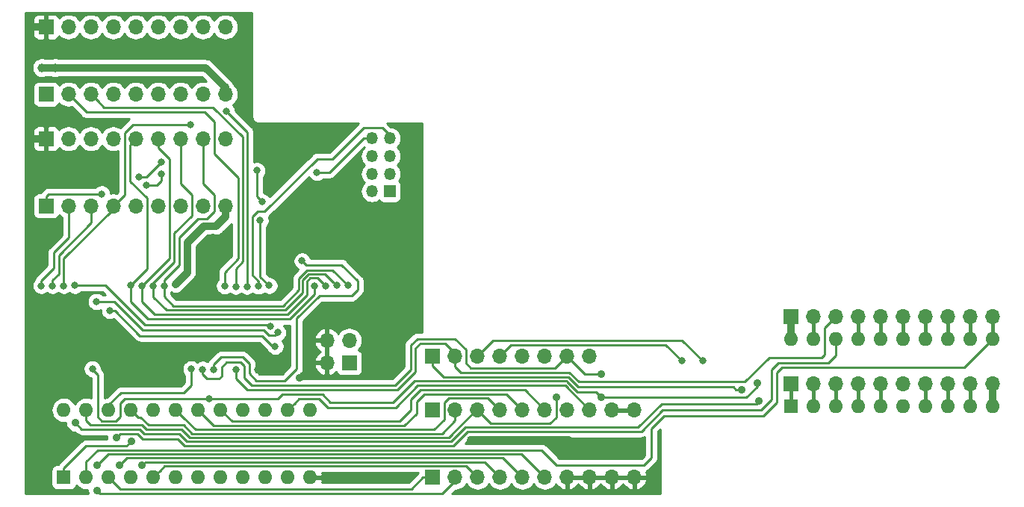
<source format=gbl>
G04 #@! TF.GenerationSoftware,KiCad,Pcbnew,(5.1.0)-1*
G04 #@! TF.CreationDate,2021-03-18T21:33:44+01:00*
G04 #@! TF.ProjectId,Atari simm expansion,41746172-6920-4736-996d-6d2065787061,rev?*
G04 #@! TF.SameCoordinates,Original*
G04 #@! TF.FileFunction,Copper,L2,Bot*
G04 #@! TF.FilePolarity,Positive*
%FSLAX46Y46*%
G04 Gerber Fmt 4.6, Leading zero omitted, Abs format (unit mm)*
G04 Created by KiCad (PCBNEW (5.1.0)-1) date 2021-03-18 21:33:44*
%MOMM*%
%LPD*%
G04 APERTURE LIST*
%ADD10O,1.350000X1.350000*%
%ADD11R,1.350000X1.350000*%
%ADD12O,1.700000X1.700000*%
%ADD13R,1.700000X1.700000*%
%ADD14O,1.600000X1.600000*%
%ADD15R,1.600000X1.600000*%
%ADD16C,0.800000*%
%ADD17C,1.000000*%
%ADD18C,0.900000*%
%ADD19C,1.100000*%
%ADD20C,0.812800*%
%ADD21C,0.254000*%
%ADD22C,0.406400*%
%ADD23C,1.016000*%
%ADD24C,0.250000*%
G04 APERTURE END LIST*
D10*
X142927320Y-85633040D03*
X144927320Y-85633040D03*
X142927320Y-87633040D03*
X144927320Y-87633040D03*
X142927320Y-89633040D03*
X144927320Y-89633040D03*
X142927320Y-91633040D03*
D11*
X144927320Y-91633040D03*
D12*
X167563800Y-110312200D03*
X165023800Y-110312200D03*
X162483800Y-110312200D03*
X159943800Y-110312200D03*
X157403800Y-110312200D03*
X154863800Y-110312200D03*
X152323800Y-110312200D03*
D13*
X149783800Y-110312200D03*
D12*
X137820400Y-108534200D03*
X140360400Y-108534200D03*
X137820400Y-111074200D03*
D13*
X140360400Y-111074200D03*
D14*
X190420000Y-108380000D03*
X213280000Y-116000000D03*
X192960000Y-108380000D03*
X210740000Y-116000000D03*
X195500000Y-108380000D03*
X208200000Y-116000000D03*
X198040000Y-108380000D03*
X205660000Y-116000000D03*
X200580000Y-108380000D03*
X203120000Y-116000000D03*
X203120000Y-108380000D03*
X200580000Y-116000000D03*
X205660000Y-108380000D03*
X198040000Y-116000000D03*
X208200000Y-108380000D03*
X195500000Y-116000000D03*
X210740000Y-108380000D03*
X192960000Y-116000000D03*
X213280000Y-108380000D03*
D15*
X190420000Y-116000000D03*
D14*
X108000000Y-116434600D03*
X135940000Y-124054600D03*
X110540000Y-116434600D03*
X133400000Y-124054600D03*
X113080000Y-116434600D03*
X130860000Y-124054600D03*
X115620000Y-116434600D03*
X128320000Y-124054600D03*
X118160000Y-116434600D03*
X125780000Y-124054600D03*
X120700000Y-116434600D03*
X123240000Y-124054600D03*
X123240000Y-116434600D03*
X120700000Y-124054600D03*
X125780000Y-116434600D03*
X118160000Y-124054600D03*
X128320000Y-116434600D03*
X115620000Y-124054600D03*
X130860000Y-116434600D03*
X113080000Y-124054600D03*
X133400000Y-116434600D03*
X110540000Y-124054600D03*
X135940000Y-116434600D03*
D15*
X108000000Y-124054600D03*
D12*
X213280000Y-105814600D03*
X210740000Y-105814600D03*
X208200000Y-105814600D03*
X205660000Y-105814600D03*
X203120000Y-105814600D03*
X200580000Y-105814600D03*
X198040000Y-105814600D03*
X195500000Y-105814600D03*
X192960000Y-105814600D03*
D13*
X190420000Y-105814600D03*
D12*
X213280000Y-113434600D03*
X210740000Y-113434600D03*
X208200000Y-113434600D03*
X205660000Y-113434600D03*
X203120000Y-113434600D03*
X200580000Y-113434600D03*
X198040000Y-113434600D03*
X195500000Y-113434600D03*
X192960000Y-113434600D03*
D13*
X190420000Y-113434600D03*
D12*
X172680000Y-116434600D03*
X170140000Y-116434600D03*
X167600000Y-116434600D03*
X165060000Y-116434600D03*
X162520000Y-116434600D03*
X159980000Y-116434600D03*
X157440000Y-116434600D03*
X154900000Y-116434600D03*
X152360000Y-116434600D03*
D13*
X149820000Y-116434600D03*
D12*
X172680000Y-124054600D03*
X170140000Y-124054600D03*
X167600000Y-124054600D03*
X165060000Y-124054600D03*
X162520000Y-124054600D03*
X159980000Y-124054600D03*
X157440000Y-124054600D03*
X154900000Y-124054600D03*
X152360000Y-124054600D03*
D13*
X149820000Y-124054600D03*
D12*
X126320000Y-85680000D03*
X123780000Y-85680000D03*
X121240000Y-85680000D03*
X118700000Y-85680000D03*
X116160000Y-85680000D03*
X113620000Y-85680000D03*
X111080000Y-85680000D03*
X108540000Y-85680000D03*
D13*
X106000000Y-85680000D03*
D12*
X126320000Y-93300000D03*
X123780000Y-93300000D03*
X121240000Y-93300000D03*
X118700000Y-93300000D03*
X116160000Y-93300000D03*
X113620000Y-93300000D03*
X111080000Y-93300000D03*
X108540000Y-93300000D03*
D13*
X106000000Y-93300000D03*
D12*
X126320000Y-73000000D03*
X123780000Y-73000000D03*
X121240000Y-73000000D03*
X118700000Y-73000000D03*
X116160000Y-73000000D03*
X113620000Y-73000000D03*
X111080000Y-73000000D03*
X108540000Y-73000000D03*
D13*
X106000000Y-73000000D03*
D12*
X126320000Y-80620000D03*
X123780000Y-80620000D03*
X121240000Y-80620000D03*
X118700000Y-80620000D03*
X116160000Y-80620000D03*
X113620000Y-80620000D03*
X111080000Y-80620000D03*
X108540000Y-80620000D03*
D13*
X106000000Y-80620000D03*
D16*
X120675400Y-102158800D03*
D17*
X107000000Y-77622400D03*
X105511600Y-77622400D03*
D16*
X127482600Y-102412800D03*
X126212600Y-102362000D03*
X130515360Y-92837000D03*
X129895600Y-89281000D03*
X119405400Y-102362000D03*
X140182600Y-102311200D03*
X118135400Y-102336600D03*
X138912600Y-102311200D03*
X116865400Y-102336600D03*
X137642600Y-102336600D03*
X115595400Y-102311200D03*
X136372600Y-102336600D03*
D17*
X130073400Y-111810800D03*
X104978200Y-111887000D03*
X104978200Y-121285000D03*
X116332000Y-111480600D03*
D18*
X105435400Y-95148400D03*
D17*
X105441200Y-98774800D03*
D16*
X124917200Y-96901000D03*
D19*
X154152600Y-119862600D03*
X165074600Y-119888000D03*
X163804600Y-119862600D03*
X155473400Y-119862600D03*
D18*
X134696200Y-112801400D03*
D17*
X140573760Y-91313000D03*
X144160240Y-99430840D03*
X123494800Y-101655880D03*
D16*
X123393200Y-103149400D03*
D17*
X144119600Y-97078800D03*
X144094200Y-94462600D03*
X146481800Y-94411800D03*
X146481800Y-97104200D03*
X146532600Y-99415600D03*
X144170400Y-106299000D03*
X113500000Y-75500000D03*
X118500000Y-75500000D03*
X123500000Y-75500000D03*
X128000000Y-75500000D03*
X105867200Y-89357200D03*
X105867200Y-83083400D03*
X109400000Y-110400000D03*
X112800000Y-110400000D03*
D16*
X118800000Y-113000000D03*
D17*
X122200000Y-109200000D03*
X125200000Y-109200000D03*
X127800000Y-109200000D03*
X105000000Y-124600000D03*
X133172200Y-111379000D03*
X146500000Y-102750000D03*
D16*
X134750000Y-87500000D03*
D19*
X116332000Y-110032800D03*
D17*
X130048000Y-110490000D03*
D16*
X108000800Y-102336600D03*
X128752600Y-102412800D03*
X122367040Y-84074000D03*
X126420880Y-82529680D03*
X106705400Y-102336600D03*
X105435400Y-102336600D03*
X112293400Y-91922600D03*
X119075200Y-88315800D03*
X116509800Y-90017600D03*
D18*
X111785400Y-122682000D03*
D16*
X122428000Y-111785400D03*
X119075200Y-89662000D03*
X117398800Y-90957400D03*
X131277360Y-102321360D03*
X130271520Y-94960440D03*
X131953000Y-109220000D03*
X113207800Y-105156000D03*
D18*
X111760000Y-125526800D03*
X163804600Y-114985800D03*
X114325400Y-122707400D03*
X116890800Y-122707400D03*
D16*
X178054000Y-110871000D03*
X180467000Y-110871000D03*
X123723400Y-111810800D03*
D18*
X168935400Y-112344200D03*
X113969800Y-119557800D03*
D16*
X127533400Y-111861600D03*
X111226600Y-111760000D03*
X124510800Y-115138200D03*
D18*
X168884600Y-114960400D03*
X186588400Y-113334800D03*
X109296200Y-117881400D03*
X186817000Y-115417600D03*
X184810400Y-114096800D03*
D16*
X136702800Y-89509600D03*
X109245400Y-102311200D03*
X131419600Y-106908600D03*
X130058160Y-102392480D03*
D18*
X115646200Y-119964200D03*
D16*
X111683800Y-104140000D03*
X132257800Y-107645200D03*
X124993400Y-111836200D03*
X135001000Y-99517200D03*
D20*
X126320000Y-79888800D02*
X126320000Y-80620000D01*
X105511600Y-77622400D02*
X124053600Y-77622400D01*
X124053600Y-77622400D02*
X126320000Y-79888800D01*
X126320000Y-94502081D02*
X126320000Y-93300000D01*
X125216481Y-95605600D02*
X126320000Y-94502081D01*
X123875800Y-95605600D02*
X125216481Y-95605600D01*
X122021600Y-97459800D02*
X123875800Y-95605600D01*
X120675400Y-102158800D02*
X122021600Y-100812600D01*
X122021600Y-100812600D02*
X122021600Y-97459800D01*
D21*
X111929999Y-81469999D02*
X111080000Y-80620000D01*
X127482600Y-100380800D02*
X128295400Y-99568000D01*
X127482600Y-102412800D02*
X127482600Y-100380800D01*
X128295400Y-99568000D02*
X128295400Y-85470004D01*
X128295400Y-85470004D02*
X124918196Y-82092800D01*
X124918196Y-82092800D02*
X112552800Y-82092800D01*
X112552800Y-82092800D02*
X111929999Y-81469999D01*
X109389999Y-81469999D02*
X108540000Y-80620000D01*
X110571600Y-82651600D02*
X109389999Y-81469999D01*
X123987560Y-82651600D02*
X110571600Y-82651600D01*
X126212600Y-100812600D02*
X127751840Y-99273360D01*
X126212600Y-102362000D02*
X126212600Y-100812600D01*
X127751840Y-99273360D02*
X127751840Y-90058240D01*
X127751840Y-90058240D02*
X125059440Y-87365840D01*
X125059440Y-87365840D02*
X125059440Y-83723480D01*
X125059440Y-83723480D02*
X123987560Y-82651600D01*
X130515360Y-92837000D02*
X129895600Y-92217240D01*
X129895600Y-92217240D02*
X129895600Y-89846685D01*
X129895600Y-89846685D02*
X129895600Y-89281000D01*
X123780000Y-90785400D02*
X123780000Y-85680000D01*
X125069600Y-92075000D02*
X123780000Y-90785400D01*
X125069600Y-93938360D02*
X125069600Y-92075000D01*
X119405400Y-101708667D02*
X121104010Y-100010057D01*
X121104010Y-100010057D02*
X121104010Y-96853390D01*
X119405400Y-102362000D02*
X119405400Y-101708667D01*
X121104010Y-96853390D02*
X123190000Y-94767400D01*
X123190000Y-94767400D02*
X124240560Y-94767400D01*
X124240560Y-94767400D02*
X125069600Y-93938360D01*
X138436380Y-100564980D02*
X140182600Y-102311200D01*
X135564686Y-100564980D02*
X138436380Y-100564980D01*
X119405400Y-103581200D02*
X120446800Y-104622600D01*
X120446800Y-104622600D02*
X132816600Y-104622600D01*
X119405400Y-102362000D02*
X119405400Y-103581200D01*
X132816600Y-104622600D02*
X134626380Y-102812820D01*
X134626380Y-102812820D02*
X134626380Y-101503286D01*
X134626380Y-101503286D02*
X135564686Y-100564980D01*
X121240000Y-90785400D02*
X121240000Y-85680000D01*
X118135400Y-102057200D02*
X120523000Y-99669600D01*
X118135400Y-102336600D02*
X118135400Y-102057200D01*
X120523000Y-99669600D02*
X120523000Y-96393000D01*
X120523000Y-96393000D02*
X122504200Y-94411800D01*
X122504200Y-94411800D02*
X122504200Y-92049600D01*
X122504200Y-92049600D02*
X121240000Y-90785400D01*
X138512601Y-101911201D02*
X138912600Y-102311200D01*
X137620391Y-101018991D02*
X138512601Y-101911201D01*
X135752743Y-101018991D02*
X137620391Y-101018991D01*
X118135400Y-102336600D02*
X118135400Y-103632000D01*
X119608600Y-105105200D02*
X133070600Y-105105200D01*
X133070600Y-105105200D02*
X135080390Y-103095410D01*
X118135400Y-103632000D02*
X119608600Y-105105200D01*
X135080390Y-103095410D02*
X135080390Y-101691344D01*
X135080390Y-101691344D02*
X135752743Y-101018991D01*
X118700000Y-86696000D02*
X118700000Y-85680000D01*
X119964200Y-87960200D02*
X118700000Y-86696000D01*
X116865400Y-102336600D02*
X119964200Y-99237800D01*
X119964200Y-99237800D02*
X119964200Y-87960200D01*
X137242601Y-101936601D02*
X137642600Y-102336600D01*
X136779002Y-101473002D02*
X137242601Y-101936601D01*
X135940800Y-101473002D02*
X136779002Y-101473002D01*
X116865400Y-104165400D02*
X118287800Y-105587800D01*
X116865400Y-102336600D02*
X116865400Y-104165400D01*
X118287800Y-105587800D02*
X133322906Y-105587800D01*
X133322906Y-105587800D02*
X135534401Y-103376305D01*
X135534401Y-103376305D02*
X135534401Y-101879401D01*
X135534401Y-101879401D02*
X135940800Y-101473002D01*
X115493800Y-86346200D02*
X116160000Y-85680000D01*
X115493800Y-90474800D02*
X115493800Y-86346200D01*
X117424200Y-92405200D02*
X115493800Y-90474800D01*
X117424200Y-100431600D02*
X117424200Y-92405200D01*
X115595400Y-102311200D02*
X115595400Y-102260400D01*
X115595400Y-102260400D02*
X117424200Y-100431600D01*
X136372600Y-103276400D02*
X136372600Y-102336600D01*
X133578600Y-106070400D02*
X136372600Y-103276400D01*
X117551200Y-106070400D02*
X133578600Y-106070400D01*
X115595400Y-102311200D02*
X115595400Y-104114600D01*
X115595400Y-104114600D02*
X117551200Y-106070400D01*
D22*
X165060000Y-124054600D02*
X167600000Y-124054600D01*
X167600000Y-124054600D02*
X170140000Y-124054600D01*
X170140000Y-124054600D02*
X172680000Y-124054600D01*
X170140000Y-116434600D02*
X172680000Y-116434600D01*
D20*
X104978200Y-111887000D02*
X104978200Y-121285000D01*
X104337200Y-73000000D02*
X106000000Y-73000000D01*
X104038400Y-73298800D02*
X104337200Y-73000000D01*
X104978200Y-104546400D02*
X104038400Y-103606600D01*
X104134200Y-85680000D02*
X106000000Y-85680000D01*
X104038400Y-85775800D02*
X104134200Y-85680000D01*
X104038400Y-85775800D02*
X104038400Y-73298800D01*
X104978200Y-111887000D02*
X104978200Y-110007400D01*
X104978200Y-110007400D02*
X104978200Y-104546400D01*
X104089200Y-95148400D02*
X104038400Y-95199200D01*
X105435400Y-95148400D02*
X104089200Y-95148400D01*
X104038400Y-96799400D02*
X104038400Y-95199200D01*
X104038400Y-95199200D02*
X104038400Y-85775800D01*
X104044200Y-98774800D02*
X105441200Y-98774800D01*
X104038400Y-98780600D02*
X104044200Y-98774800D01*
X104038400Y-98780600D02*
X104038400Y-96799400D01*
X104038400Y-103606600D02*
X104038400Y-98780600D01*
X124917200Y-96901000D02*
X124917200Y-100152200D01*
X124917200Y-100152200D02*
X123494800Y-101574600D01*
X123494800Y-101574600D02*
X123494800Y-101655880D01*
D23*
X165049200Y-119862600D02*
X165074600Y-119888000D01*
X154152600Y-119862600D02*
X165049200Y-119862600D01*
D21*
X114469999Y-92450001D02*
X113620000Y-93300000D01*
X114884200Y-92035800D02*
X114469999Y-92450001D01*
X114884200Y-92035800D02*
X114884200Y-85013800D01*
X114884200Y-85013800D02*
X115824000Y-84074000D01*
X115824000Y-84074000D02*
X122367040Y-84074000D01*
X113620000Y-93644000D02*
X113620000Y-93300000D01*
X108000800Y-102336600D02*
X108000800Y-99263200D01*
X108000800Y-99263200D02*
X113620000Y-93644000D01*
X128803400Y-102362000D02*
X128752600Y-102412800D01*
X126420880Y-82529680D02*
X128803400Y-84912200D01*
X128803400Y-84912200D02*
X128803400Y-102362000D01*
X111080000Y-95197934D02*
X111080000Y-93300000D01*
X107416600Y-98861334D02*
X111080000Y-95197934D01*
X107416600Y-101015800D02*
X107416600Y-98861334D01*
X106705400Y-102336600D02*
X106705400Y-101727000D01*
X106705400Y-101727000D02*
X107416600Y-101015800D01*
X108540000Y-94304400D02*
X108540000Y-93300000D01*
X108540000Y-96895200D02*
X108540000Y-94304400D01*
X106857800Y-98577400D02*
X108540000Y-96895200D01*
X106857800Y-100348515D02*
X106857800Y-98577400D01*
X105435400Y-102336600D02*
X105435400Y-101770915D01*
X105435400Y-101770915D02*
X106857800Y-100348515D01*
D24*
X106000000Y-92200000D02*
X106000000Y-93300000D01*
X106277400Y-91922600D02*
X106000000Y-92200000D01*
X112293400Y-91922600D02*
X106277400Y-91922600D01*
D21*
X119075200Y-88315800D02*
X117373400Y-90017600D01*
X117373400Y-90017600D02*
X116509800Y-90017600D01*
X162520000Y-124054600D02*
X159874211Y-121408811D01*
X159874211Y-121408811D02*
X113058589Y-121408811D01*
X113058589Y-121408811D02*
X112185399Y-122282001D01*
X112185399Y-122282001D02*
X111785400Y-122682000D01*
X122428000Y-113614200D02*
X122428000Y-111785400D01*
X121564400Y-114477800D02*
X122428000Y-113614200D01*
X114452400Y-114477800D02*
X121564400Y-114477800D01*
X113080000Y-116434600D02*
X113080000Y-115850200D01*
X113080000Y-115850200D02*
X114452400Y-114477800D01*
X118567200Y-90957400D02*
X117398800Y-90957400D01*
X119075200Y-89662000D02*
X119075200Y-90449400D01*
X119075200Y-90449400D02*
X118567200Y-90957400D01*
X131277360Y-102321360D02*
X130271520Y-101315520D01*
X130271520Y-101315520D02*
X130271520Y-94960440D01*
X113792000Y-105156000D02*
X113207800Y-105156000D01*
X116636800Y-108000800D02*
X113792000Y-105156000D01*
X130447334Y-108000800D02*
X116636800Y-108000800D01*
X131953000Y-109220000D02*
X131666534Y-109220000D01*
X131666534Y-109220000D02*
X130447334Y-108000800D01*
D22*
X208200000Y-113434600D02*
X208200000Y-116000000D01*
X205660000Y-113434600D02*
X205660000Y-116000000D01*
D21*
X112141000Y-125907800D02*
X111760000Y-125526800D01*
X150926800Y-125907800D02*
X112141000Y-125907800D01*
X152360000Y-124054600D02*
X152360000Y-124474600D01*
X152360000Y-124474600D02*
X150926800Y-125907800D01*
X113879999Y-124854599D02*
X113080000Y-124054600D01*
X114399800Y-125374400D02*
X113879999Y-124854599D01*
X147396200Y-125374400D02*
X114399800Y-125374400D01*
X149820000Y-124054600D02*
X148716000Y-124054600D01*
X148716000Y-124054600D02*
X147396200Y-125374400D01*
D22*
X213280000Y-105814600D02*
X213280000Y-108380000D01*
D21*
X210052400Y-111607600D02*
X213280000Y-108380000D01*
X188823600Y-112217200D02*
X189433200Y-111607600D01*
X188823600Y-115544600D02*
X188823600Y-112217200D01*
X187299600Y-117068600D02*
X188823600Y-115544600D01*
X176047400Y-117068600D02*
X187299600Y-117068600D01*
X174599600Y-118516400D02*
X176047400Y-117068600D01*
X174599600Y-121869200D02*
X174599600Y-118516400D01*
X110540000Y-122276400D02*
X111861600Y-120954800D01*
X110540000Y-124054600D02*
X110540000Y-122276400D01*
X111861600Y-120954800D02*
X162153600Y-120954800D01*
X162153600Y-120954800D02*
X163882999Y-122684199D01*
X163882999Y-122684199D02*
X173784601Y-122684199D01*
X189433200Y-111607600D02*
X210052400Y-111607600D01*
X173784601Y-122684199D02*
X174599600Y-121869200D01*
D22*
X210740000Y-105814600D02*
X210740000Y-108380000D01*
X208200000Y-105814600D02*
X208200000Y-108380000D01*
X205660000Y-105814600D02*
X205660000Y-108380000D01*
X203120000Y-105814600D02*
X203120000Y-108380000D01*
X200580000Y-105814600D02*
X200580000Y-108380000D01*
X198040000Y-105814600D02*
X198040000Y-108380000D01*
X192960000Y-105814600D02*
X192960000Y-108380000D01*
D21*
X163804600Y-117246400D02*
X163804600Y-114985800D01*
X163118800Y-117932200D02*
X163804600Y-117246400D01*
X154900000Y-116434600D02*
X156397600Y-117932200D01*
X156397600Y-117932200D02*
X163118800Y-117932200D01*
X110540000Y-117565970D02*
X110540000Y-116434600D01*
X110540000Y-117626600D02*
X110540000Y-117565970D01*
X111020209Y-118106809D02*
X110540000Y-117626600D01*
X116862209Y-118106809D02*
X111020209Y-118106809D01*
X154735800Y-116434600D02*
X151612602Y-119557798D01*
X154900000Y-116434600D02*
X154735800Y-116434600D01*
X151612602Y-119557798D02*
X122250198Y-119557798D01*
X122250198Y-119557798D02*
X121335800Y-118643400D01*
X121335800Y-118643400D02*
X117398800Y-118643400D01*
X117398800Y-118643400D02*
X116862209Y-118106809D01*
X114725399Y-122307401D02*
X114325400Y-122707400D01*
X159980000Y-124054600D02*
X157788222Y-121862822D01*
X157788222Y-121862822D02*
X115169978Y-121862822D01*
X115169978Y-121862822D02*
X114725399Y-122307401D01*
X116890800Y-122682000D02*
X116890800Y-122707400D01*
X117255967Y-122316833D02*
X116890800Y-122682000D01*
X157440000Y-124054600D02*
X155702233Y-122316833D01*
X155702233Y-122316833D02*
X117255967Y-122316833D01*
D24*
X176225200Y-109042200D02*
X178054000Y-110871000D01*
X157403800Y-110312200D02*
X158673800Y-109042200D01*
X158673800Y-109042200D02*
X176225200Y-109042200D01*
D21*
X118959999Y-123254601D02*
X118160000Y-124054600D01*
X119431000Y-122783600D02*
X118959999Y-123254601D01*
X154900000Y-124054600D02*
X153629000Y-122783600D01*
X153629000Y-122783600D02*
X119431000Y-122783600D01*
D24*
X178104800Y-108508800D02*
X180467000Y-110871000D01*
X154863800Y-110312200D02*
X156667200Y-108508800D01*
X156667200Y-108508800D02*
X178104800Y-108508800D01*
D21*
X134199999Y-115634601D02*
X133400000Y-116434600D01*
X134671000Y-115163600D02*
X134199999Y-115634601D01*
X164830400Y-113665000D02*
X148107400Y-113665000D01*
X167600000Y-116434600D02*
X164830400Y-113665000D01*
X148107400Y-113665000D02*
X145618200Y-116154200D01*
X145618200Y-116154200D02*
X137947400Y-116154200D01*
X137947400Y-116154200D02*
X136956800Y-115163600D01*
X136956800Y-115163600D02*
X134671000Y-115163600D01*
X127074400Y-117729000D02*
X125780000Y-116434600D01*
X160261590Y-114176190D02*
X148459810Y-114176190D01*
X162520000Y-116434600D02*
X160261590Y-114176190D01*
X148459810Y-114176190D02*
X147370800Y-115265200D01*
X147370800Y-115265200D02*
X147370800Y-116408200D01*
X147370800Y-116408200D02*
X146050000Y-117729000D01*
X146050000Y-117729000D02*
X127074400Y-117729000D01*
X159130001Y-115584601D02*
X159980000Y-116434600D01*
X158175600Y-114630200D02*
X159130001Y-115584601D01*
X125001167Y-118195767D02*
X146599233Y-118195767D01*
X123240000Y-116434600D02*
X125001167Y-118195767D01*
X146599233Y-118195767D02*
X147980400Y-116814600D01*
X147980400Y-116814600D02*
X147980400Y-115468400D01*
X147980400Y-115468400D02*
X148818600Y-114630200D01*
X148818600Y-114630200D02*
X158175600Y-114630200D01*
X121499999Y-117234599D02*
X120700000Y-116434600D01*
X122915178Y-118649778D02*
X121499999Y-117234599D01*
X156089611Y-115084211D02*
X151615789Y-115084211D01*
X157440000Y-116434600D02*
X156089611Y-115084211D01*
X151615789Y-115084211D02*
X151104600Y-115595400D01*
X151104600Y-115595400D02*
X151104600Y-117500400D01*
X151104600Y-117500400D02*
X149955222Y-118649778D01*
X149955222Y-118649778D02*
X122915178Y-118649778D01*
X116419999Y-117234599D02*
X115620000Y-116434600D01*
X116726599Y-117234599D02*
X116419999Y-117234599D01*
X152360000Y-117636681D02*
X150892894Y-119103787D01*
X152360000Y-116434600D02*
X152360000Y-117636681D01*
X150892894Y-119103787D02*
X122558187Y-119103787D01*
X122558187Y-119103787D02*
X121592989Y-118138589D01*
X121592989Y-118138589D02*
X117630589Y-118138589D01*
X117630589Y-118138589D02*
X116726599Y-117234599D01*
X165023800Y-110312200D02*
X167055800Y-112344200D01*
X167055800Y-112344200D02*
X168935400Y-112344200D01*
X123723400Y-112376485D02*
X123723400Y-111810800D01*
X124224515Y-112877600D02*
X123723400Y-112376485D01*
X125577600Y-112877600D02*
X124224515Y-112877600D01*
X125882400Y-112572800D02*
X125577600Y-112877600D01*
X152366402Y-108356400D02*
X148056600Y-108356400D01*
X153593800Y-109583798D02*
X152366402Y-108356400D01*
X153593800Y-111125000D02*
X153593800Y-109583798D01*
X154127200Y-111658400D02*
X153593800Y-111125000D01*
X165023800Y-110312200D02*
X163677600Y-111658400D01*
X163677600Y-111658400D02*
X154127200Y-111658400D01*
X148056600Y-108356400D02*
X147345400Y-109067600D01*
X147345400Y-109067600D02*
X147345400Y-111836200D01*
X147345400Y-111836200D02*
X145570590Y-113611010D01*
X145570590Y-113611010D02*
X129333610Y-113611010D01*
X129333610Y-113611010D02*
X128473200Y-112750600D01*
X128473200Y-112750600D02*
X128473200Y-111436866D01*
X128473200Y-111436866D02*
X128056544Y-111020210D01*
X128056544Y-111020210D02*
X126418990Y-111020210D01*
X126418990Y-111020210D02*
X125882400Y-111556800D01*
X125882400Y-111556800D02*
X125882400Y-112572800D01*
X195500000Y-110239800D02*
X195500000Y-108380000D01*
X194691000Y-111048800D02*
X195500000Y-110239800D01*
X189026800Y-111048800D02*
X194691000Y-111048800D01*
X188242590Y-111833010D02*
X189026800Y-111048800D01*
X188242590Y-115262010D02*
X188242590Y-111833010D01*
X187071000Y-116433600D02*
X188242590Y-115262010D01*
X175869600Y-116433600D02*
X187071000Y-116433600D01*
X173456600Y-118846600D02*
X175869600Y-116433600D01*
X153772134Y-118846600D02*
X173456600Y-118846600D01*
X152152914Y-120465820D02*
X153772134Y-118846600D01*
X114427000Y-119100600D02*
X116359801Y-119100600D01*
X113969800Y-119557800D02*
X114427000Y-119100600D01*
X116359801Y-119100600D02*
X116944001Y-119684800D01*
X116944001Y-119684800D02*
X120929400Y-119684800D01*
X120929400Y-119684800D02*
X121710420Y-120465820D01*
X121710420Y-120465820D02*
X152152914Y-120465820D01*
X185216800Y-113233200D02*
X166380946Y-113233200D01*
X165314146Y-112166400D02*
X152975919Y-112166400D01*
X152323800Y-111514281D02*
X152323800Y-110312200D01*
X152975919Y-112166400D02*
X152323800Y-111514281D01*
X193903600Y-110515400D02*
X187934600Y-110515400D01*
X194233800Y-107080800D02*
X194233800Y-110185200D01*
X187934600Y-110515400D02*
X185216800Y-113233200D01*
X194233800Y-110185200D02*
X193903600Y-110515400D01*
X166380946Y-113233200D02*
X165314146Y-112166400D01*
X195500000Y-105814600D02*
X194233800Y-107080800D01*
X152323800Y-109956600D02*
X152323800Y-110312200D01*
X151231600Y-108864400D02*
X152323800Y-109956600D01*
X148437600Y-108864400D02*
X151231600Y-108864400D01*
X127533400Y-112826800D02*
X128828800Y-114122200D01*
X127533400Y-111861600D02*
X127533400Y-112826800D01*
X128828800Y-114122200D02*
X145821400Y-114122200D01*
X145821400Y-114122200D02*
X147878800Y-112064800D01*
X147878800Y-112064800D02*
X147878800Y-109423200D01*
X147878800Y-109423200D02*
X148437600Y-108864400D01*
X168919570Y-114995370D02*
X168884600Y-114960400D01*
X185359630Y-114995370D02*
X168919570Y-114995370D01*
X186588400Y-113334800D02*
X186588400Y-113766600D01*
X186588400Y-113766600D02*
X185359630Y-114995370D01*
X166234467Y-114427000D02*
X168351200Y-114427000D01*
X165020610Y-113213143D02*
X166234467Y-114427000D01*
X147726400Y-113157000D02*
X165020610Y-113157000D01*
X165020610Y-113157000D02*
X165020610Y-113213143D01*
X132257800Y-115138200D02*
X132740400Y-114655600D01*
X168351200Y-114427000D02*
X168884600Y-114960400D01*
X124510800Y-115138200D02*
X132257800Y-115138200D01*
X132740400Y-114655600D02*
X137337800Y-114655600D01*
X137337800Y-114655600D02*
X138226800Y-115544600D01*
X138226800Y-115544600D02*
X145338800Y-115544600D01*
X145338800Y-115544600D02*
X147726400Y-113157000D01*
X114884200Y-115138200D02*
X124510800Y-115138200D01*
X114376200Y-115646200D02*
X114884200Y-115138200D01*
X114376200Y-117195600D02*
X114376200Y-115646200D01*
X111226600Y-111810800D02*
X111836200Y-112420400D01*
X111226600Y-111760000D02*
X111226600Y-111810800D01*
X111836200Y-112420400D02*
X111836200Y-117221000D01*
X111836200Y-117221000D02*
X112268000Y-117652800D01*
X112268000Y-117652800D02*
X113919000Y-117652800D01*
X113919000Y-117652800D02*
X114376200Y-117195600D01*
X173109076Y-118392589D02*
X175753865Y-115747800D01*
X153489011Y-118392589D02*
X173109076Y-118392589D01*
X175753865Y-115747800D02*
X186512200Y-115747800D01*
X151869791Y-120011809D02*
X153489011Y-118392589D01*
X110007400Y-118592600D02*
X116586000Y-118592600D01*
X109296200Y-117881400D02*
X110007400Y-118592600D01*
X186512200Y-115722400D02*
X186817000Y-115417600D01*
X116586000Y-118592600D02*
X117144800Y-119151400D01*
X117144800Y-119151400D02*
X121107200Y-119151400D01*
X121107200Y-119151400D02*
X121967609Y-120011809D01*
X186512200Y-115747800D02*
X186512200Y-115722400D01*
X121967609Y-120011809D02*
X151869791Y-120011809D01*
D22*
X210740000Y-113434600D02*
X210740000Y-116000000D01*
D21*
X149783800Y-111416200D02*
X149783800Y-110312200D01*
X184174004Y-114096800D02*
X183894604Y-113817400D01*
X184810400Y-114096800D02*
X184174004Y-114096800D01*
X183894604Y-113817400D02*
X166323078Y-113817400D01*
X165180078Y-112674400D02*
X151042000Y-112674400D01*
X166323078Y-113817400D02*
X165180078Y-112674400D01*
X151042000Y-112674400D02*
X149783800Y-111416200D01*
D22*
X200580000Y-113434600D02*
X200580000Y-116000000D01*
X198040000Y-113434600D02*
X198040000Y-116000000D01*
X195500000Y-113434600D02*
X195500000Y-116000000D01*
X192960000Y-113434600D02*
X192960000Y-116000000D01*
X190420000Y-113434600D02*
X190420000Y-116000000D01*
D20*
X213280000Y-113434600D02*
X213280000Y-116000000D01*
D21*
X138099800Y-89509600D02*
X136702800Y-89509600D01*
X142927320Y-85633040D02*
X141976360Y-85633040D01*
X141976360Y-85633040D02*
X138099800Y-89509600D01*
X110499810Y-120500790D02*
X115115840Y-120500790D01*
X108000000Y-124054600D02*
X108000000Y-123000600D01*
X108000000Y-123000600D02*
X110499810Y-120500790D01*
X112699800Y-102311200D02*
X109245400Y-102311200D01*
X117170200Y-106781600D02*
X112699800Y-102311200D01*
X131419600Y-106908600D02*
X131292600Y-106781600D01*
X131292600Y-106781600D02*
X117170200Y-106781600D01*
X115115840Y-120494560D02*
X115115840Y-120500790D01*
X115646200Y-119964200D02*
X115115840Y-120494560D01*
X144927320Y-85252560D02*
X144927320Y-85633040D01*
X144078960Y-84404200D02*
X144927320Y-85252560D01*
X141960600Y-84404200D02*
X144078960Y-84404200D01*
X138409680Y-87955120D02*
X141960600Y-84404200D01*
X136728200Y-87955120D02*
X138409680Y-87955120D01*
X130058160Y-101826795D02*
X129362200Y-101130835D01*
X130058160Y-102392480D02*
X130058160Y-101826795D01*
X129362200Y-101130835D02*
X129362200Y-94513400D01*
X129362200Y-94513400D02*
X129966720Y-93908880D01*
X129966720Y-93908880D02*
X130774440Y-93908880D01*
X130774440Y-93908880D02*
X136728200Y-87955120D01*
D20*
X190420000Y-105814600D02*
X190420000Y-108380000D01*
D21*
X131953000Y-107950000D02*
X132257800Y-107645200D01*
X131216400Y-107950000D02*
X131953000Y-107950000D01*
X130657600Y-107391200D02*
X131216400Y-107950000D01*
X116945800Y-107391200D02*
X130657600Y-107391200D01*
X111683800Y-104140000D02*
X113694600Y-104140000D01*
X113694600Y-104140000D02*
X116945800Y-107391200D01*
X135458200Y-99974400D02*
X135001000Y-99517200D01*
X141325600Y-101803200D02*
X139496800Y-99974400D01*
X139496800Y-99974400D02*
X135458200Y-99974400D01*
X141325600Y-102793800D02*
X141325600Y-101803200D01*
X136982200Y-103454200D02*
X140665200Y-103454200D01*
X134416800Y-106019600D02*
X136982200Y-103454200D01*
X133045200Y-113106200D02*
X134416800Y-111734600D01*
X140665200Y-103454200D02*
X141325600Y-102793800D01*
X124993400Y-111270515D02*
X125824715Y-110439200D01*
X134416800Y-111734600D02*
X134416800Y-106019600D01*
X129844800Y-113106200D02*
X133045200Y-113106200D01*
X124993400Y-111836200D02*
X124993400Y-111270515D01*
X125824715Y-110439200D02*
X128295400Y-110439200D01*
X128295400Y-110439200D02*
X129032000Y-111175800D01*
X129032000Y-111175800D02*
X129032000Y-112293400D01*
X129032000Y-112293400D02*
X129844800Y-113106200D01*
G36*
X175590001Y-125933600D02*
G01*
X151978630Y-125933600D01*
X152372631Y-125539600D01*
X152432950Y-125539600D01*
X152651111Y-125518113D01*
X152931034Y-125433199D01*
X153189014Y-125295306D01*
X153415134Y-125109734D01*
X153600706Y-124883614D01*
X153630000Y-124828809D01*
X153659294Y-124883614D01*
X153844866Y-125109734D01*
X154070986Y-125295306D01*
X154328966Y-125433199D01*
X154608889Y-125518113D01*
X154827050Y-125539600D01*
X154972950Y-125539600D01*
X155191111Y-125518113D01*
X155471034Y-125433199D01*
X155729014Y-125295306D01*
X155955134Y-125109734D01*
X156140706Y-124883614D01*
X156170000Y-124828809D01*
X156199294Y-124883614D01*
X156384866Y-125109734D01*
X156610986Y-125295306D01*
X156868966Y-125433199D01*
X157148889Y-125518113D01*
X157367050Y-125539600D01*
X157512950Y-125539600D01*
X157731111Y-125518113D01*
X158011034Y-125433199D01*
X158269014Y-125295306D01*
X158495134Y-125109734D01*
X158680706Y-124883614D01*
X158710000Y-124828809D01*
X158739294Y-124883614D01*
X158924866Y-125109734D01*
X159150986Y-125295306D01*
X159408966Y-125433199D01*
X159688889Y-125518113D01*
X159907050Y-125539600D01*
X160052950Y-125539600D01*
X160271111Y-125518113D01*
X160551034Y-125433199D01*
X160809014Y-125295306D01*
X161035134Y-125109734D01*
X161220706Y-124883614D01*
X161250000Y-124828809D01*
X161279294Y-124883614D01*
X161464866Y-125109734D01*
X161690986Y-125295306D01*
X161948966Y-125433199D01*
X162228889Y-125518113D01*
X162447050Y-125539600D01*
X162592950Y-125539600D01*
X162811111Y-125518113D01*
X163091034Y-125433199D01*
X163349014Y-125295306D01*
X163575134Y-125109734D01*
X163760706Y-124883614D01*
X163795201Y-124819077D01*
X163864822Y-124935955D01*
X164059731Y-125152188D01*
X164293080Y-125326241D01*
X164555901Y-125451425D01*
X164703110Y-125496076D01*
X164933000Y-125374755D01*
X164933000Y-124181600D01*
X165187000Y-124181600D01*
X165187000Y-125374755D01*
X165416890Y-125496076D01*
X165564099Y-125451425D01*
X165826920Y-125326241D01*
X166060269Y-125152188D01*
X166255178Y-124935955D01*
X166330000Y-124810345D01*
X166404822Y-124935955D01*
X166599731Y-125152188D01*
X166833080Y-125326241D01*
X167095901Y-125451425D01*
X167243110Y-125496076D01*
X167473000Y-125374755D01*
X167473000Y-124181600D01*
X167727000Y-124181600D01*
X167727000Y-125374755D01*
X167956890Y-125496076D01*
X168104099Y-125451425D01*
X168366920Y-125326241D01*
X168600269Y-125152188D01*
X168795178Y-124935955D01*
X168870000Y-124810345D01*
X168944822Y-124935955D01*
X169139731Y-125152188D01*
X169373080Y-125326241D01*
X169635901Y-125451425D01*
X169783110Y-125496076D01*
X170013000Y-125374755D01*
X170013000Y-124181600D01*
X170267000Y-124181600D01*
X170267000Y-125374755D01*
X170496890Y-125496076D01*
X170644099Y-125451425D01*
X170906920Y-125326241D01*
X171140269Y-125152188D01*
X171335178Y-124935955D01*
X171410000Y-124810345D01*
X171484822Y-124935955D01*
X171679731Y-125152188D01*
X171913080Y-125326241D01*
X172175901Y-125451425D01*
X172323110Y-125496076D01*
X172553000Y-125374755D01*
X172553000Y-124181600D01*
X172807000Y-124181600D01*
X172807000Y-125374755D01*
X173036890Y-125496076D01*
X173184099Y-125451425D01*
X173446920Y-125326241D01*
X173680269Y-125152188D01*
X173875178Y-124935955D01*
X174024157Y-124685852D01*
X174121481Y-124411491D01*
X174000814Y-124181600D01*
X172807000Y-124181600D01*
X172553000Y-124181600D01*
X170267000Y-124181600D01*
X170013000Y-124181600D01*
X167727000Y-124181600D01*
X167473000Y-124181600D01*
X165187000Y-124181600D01*
X164933000Y-124181600D01*
X164913000Y-124181600D01*
X164913000Y-123927600D01*
X164933000Y-123927600D01*
X164933000Y-123907600D01*
X165187000Y-123907600D01*
X165187000Y-123927600D01*
X167473000Y-123927600D01*
X167473000Y-123907600D01*
X167727000Y-123907600D01*
X167727000Y-123927600D01*
X170013000Y-123927600D01*
X170013000Y-123907600D01*
X170267000Y-123907600D01*
X170267000Y-123927600D01*
X172553000Y-123927600D01*
X172553000Y-123907600D01*
X172807000Y-123907600D01*
X172807000Y-123927600D01*
X174000814Y-123927600D01*
X174121481Y-123697709D01*
X174024157Y-123423348D01*
X174016322Y-123410194D01*
X174077616Y-123391601D01*
X174209993Y-123320844D01*
X174326023Y-123225621D01*
X174349885Y-123196545D01*
X175111947Y-122434483D01*
X175141022Y-122410622D01*
X175217992Y-122316834D01*
X175236245Y-122294593D01*
X175303028Y-122169649D01*
X175307002Y-122162215D01*
X175350574Y-122018578D01*
X175361600Y-121906626D01*
X175361600Y-121906623D01*
X175365286Y-121869200D01*
X175361600Y-121831777D01*
X175361600Y-118832030D01*
X175590000Y-118603630D01*
X175590001Y-125933600D01*
X175590001Y-125933600D01*
G37*
X175590001Y-125933600D02*
X151978630Y-125933600D01*
X152372631Y-125539600D01*
X152432950Y-125539600D01*
X152651111Y-125518113D01*
X152931034Y-125433199D01*
X153189014Y-125295306D01*
X153415134Y-125109734D01*
X153600706Y-124883614D01*
X153630000Y-124828809D01*
X153659294Y-124883614D01*
X153844866Y-125109734D01*
X154070986Y-125295306D01*
X154328966Y-125433199D01*
X154608889Y-125518113D01*
X154827050Y-125539600D01*
X154972950Y-125539600D01*
X155191111Y-125518113D01*
X155471034Y-125433199D01*
X155729014Y-125295306D01*
X155955134Y-125109734D01*
X156140706Y-124883614D01*
X156170000Y-124828809D01*
X156199294Y-124883614D01*
X156384866Y-125109734D01*
X156610986Y-125295306D01*
X156868966Y-125433199D01*
X157148889Y-125518113D01*
X157367050Y-125539600D01*
X157512950Y-125539600D01*
X157731111Y-125518113D01*
X158011034Y-125433199D01*
X158269014Y-125295306D01*
X158495134Y-125109734D01*
X158680706Y-124883614D01*
X158710000Y-124828809D01*
X158739294Y-124883614D01*
X158924866Y-125109734D01*
X159150986Y-125295306D01*
X159408966Y-125433199D01*
X159688889Y-125518113D01*
X159907050Y-125539600D01*
X160052950Y-125539600D01*
X160271111Y-125518113D01*
X160551034Y-125433199D01*
X160809014Y-125295306D01*
X161035134Y-125109734D01*
X161220706Y-124883614D01*
X161250000Y-124828809D01*
X161279294Y-124883614D01*
X161464866Y-125109734D01*
X161690986Y-125295306D01*
X161948966Y-125433199D01*
X162228889Y-125518113D01*
X162447050Y-125539600D01*
X162592950Y-125539600D01*
X162811111Y-125518113D01*
X163091034Y-125433199D01*
X163349014Y-125295306D01*
X163575134Y-125109734D01*
X163760706Y-124883614D01*
X163795201Y-124819077D01*
X163864822Y-124935955D01*
X164059731Y-125152188D01*
X164293080Y-125326241D01*
X164555901Y-125451425D01*
X164703110Y-125496076D01*
X164933000Y-125374755D01*
X164933000Y-124181600D01*
X165187000Y-124181600D01*
X165187000Y-125374755D01*
X165416890Y-125496076D01*
X165564099Y-125451425D01*
X165826920Y-125326241D01*
X166060269Y-125152188D01*
X166255178Y-124935955D01*
X166330000Y-124810345D01*
X166404822Y-124935955D01*
X166599731Y-125152188D01*
X166833080Y-125326241D01*
X167095901Y-125451425D01*
X167243110Y-125496076D01*
X167473000Y-125374755D01*
X167473000Y-124181600D01*
X167727000Y-124181600D01*
X167727000Y-125374755D01*
X167956890Y-125496076D01*
X168104099Y-125451425D01*
X168366920Y-125326241D01*
X168600269Y-125152188D01*
X168795178Y-124935955D01*
X168870000Y-124810345D01*
X168944822Y-124935955D01*
X169139731Y-125152188D01*
X169373080Y-125326241D01*
X169635901Y-125451425D01*
X169783110Y-125496076D01*
X170013000Y-125374755D01*
X170013000Y-124181600D01*
X170267000Y-124181600D01*
X170267000Y-125374755D01*
X170496890Y-125496076D01*
X170644099Y-125451425D01*
X170906920Y-125326241D01*
X171140269Y-125152188D01*
X171335178Y-124935955D01*
X171410000Y-124810345D01*
X171484822Y-124935955D01*
X171679731Y-125152188D01*
X171913080Y-125326241D01*
X172175901Y-125451425D01*
X172323110Y-125496076D01*
X172553000Y-125374755D01*
X172553000Y-124181600D01*
X172807000Y-124181600D01*
X172807000Y-125374755D01*
X173036890Y-125496076D01*
X173184099Y-125451425D01*
X173446920Y-125326241D01*
X173680269Y-125152188D01*
X173875178Y-124935955D01*
X174024157Y-124685852D01*
X174121481Y-124411491D01*
X174000814Y-124181600D01*
X172807000Y-124181600D01*
X172553000Y-124181600D01*
X170267000Y-124181600D01*
X170013000Y-124181600D01*
X167727000Y-124181600D01*
X167473000Y-124181600D01*
X165187000Y-124181600D01*
X164933000Y-124181600D01*
X164913000Y-124181600D01*
X164913000Y-123927600D01*
X164933000Y-123927600D01*
X164933000Y-123907600D01*
X165187000Y-123907600D01*
X165187000Y-123927600D01*
X167473000Y-123927600D01*
X167473000Y-123907600D01*
X167727000Y-123907600D01*
X167727000Y-123927600D01*
X170013000Y-123927600D01*
X170013000Y-123907600D01*
X170267000Y-123907600D01*
X170267000Y-123927600D01*
X172553000Y-123927600D01*
X172553000Y-123907600D01*
X172807000Y-123907600D01*
X172807000Y-123927600D01*
X174000814Y-123927600D01*
X174121481Y-123697709D01*
X174024157Y-123423348D01*
X174016322Y-123410194D01*
X174077616Y-123391601D01*
X174209993Y-123320844D01*
X174326023Y-123225621D01*
X174349885Y-123196545D01*
X175111947Y-122434483D01*
X175141022Y-122410622D01*
X175217992Y-122316834D01*
X175236245Y-122294593D01*
X175303028Y-122169649D01*
X175307002Y-122162215D01*
X175350574Y-122018578D01*
X175361600Y-121906626D01*
X175361600Y-121906623D01*
X175365286Y-121869200D01*
X175361600Y-121831777D01*
X175361600Y-118832030D01*
X175590000Y-118603630D01*
X175590001Y-125933600D01*
G36*
X129340001Y-83217571D02*
G01*
X129336807Y-83250000D01*
X129349550Y-83379383D01*
X129387290Y-83503793D01*
X129448575Y-83618450D01*
X129531052Y-83718948D01*
X129631550Y-83801425D01*
X129746207Y-83862710D01*
X129870617Y-83900450D01*
X129967581Y-83910000D01*
X130000000Y-83913193D01*
X130032419Y-83910000D01*
X141377169Y-83910000D01*
X138094050Y-87193120D01*
X136765622Y-87193120D01*
X136728199Y-87189434D01*
X136690776Y-87193120D01*
X136690774Y-87193120D01*
X136578822Y-87204146D01*
X136435185Y-87247718D01*
X136302808Y-87318475D01*
X136186778Y-87413698D01*
X136162921Y-87442768D01*
X131363023Y-92242667D01*
X131319297Y-92177226D01*
X131175134Y-92033063D01*
X131005616Y-91919795D01*
X130817258Y-91841774D01*
X130657600Y-91810016D01*
X130657600Y-89982711D01*
X130699537Y-89940774D01*
X130812805Y-89771256D01*
X130890826Y-89582898D01*
X130930600Y-89382939D01*
X130930600Y-89179061D01*
X130890826Y-88979102D01*
X130812805Y-88790744D01*
X130699537Y-88621226D01*
X130555374Y-88477063D01*
X130385856Y-88363795D01*
X130197498Y-88285774D01*
X129997539Y-88246000D01*
X129793661Y-88246000D01*
X129593702Y-88285774D01*
X129565400Y-88297497D01*
X129565400Y-84949622D01*
X129569086Y-84912199D01*
X129560495Y-84824974D01*
X129554374Y-84762822D01*
X129510802Y-84619185D01*
X129440045Y-84486808D01*
X129344822Y-84370778D01*
X129315753Y-84346922D01*
X127455880Y-82487050D01*
X127455880Y-82427741D01*
X127416106Y-82227782D01*
X127338085Y-82039424D01*
X127224817Y-81869906D01*
X127185595Y-81830684D01*
X127375134Y-81675134D01*
X127560706Y-81449014D01*
X127698599Y-81191034D01*
X127783513Y-80911111D01*
X127812185Y-80620000D01*
X127783513Y-80328889D01*
X127698599Y-80048966D01*
X127560706Y-79790986D01*
X127375134Y-79564866D01*
X127288403Y-79493688D01*
X127286783Y-79488346D01*
X127190081Y-79307430D01*
X127092551Y-79188589D01*
X127092547Y-79188585D01*
X127059943Y-79148857D01*
X127020215Y-79116253D01*
X124826152Y-76922191D01*
X124793543Y-76882457D01*
X124634970Y-76752319D01*
X124454054Y-76655617D01*
X124257750Y-76596069D01*
X124104752Y-76581000D01*
X124104741Y-76581000D01*
X124053600Y-76575963D01*
X124002459Y-76581000D01*
X107451736Y-76581000D01*
X107331067Y-76531017D01*
X107111788Y-76487400D01*
X106888212Y-76487400D01*
X106668933Y-76531017D01*
X106548264Y-76581000D01*
X105963336Y-76581000D01*
X105842667Y-76531017D01*
X105623388Y-76487400D01*
X105399812Y-76487400D01*
X105180533Y-76531017D01*
X104973976Y-76616576D01*
X104788080Y-76740788D01*
X104629988Y-76898880D01*
X104505776Y-77084776D01*
X104420217Y-77291333D01*
X104376600Y-77510612D01*
X104376600Y-77734188D01*
X104420217Y-77953467D01*
X104505776Y-78160024D01*
X104629988Y-78345920D01*
X104788080Y-78504012D01*
X104973976Y-78628224D01*
X105180533Y-78713783D01*
X105399812Y-78757400D01*
X105623388Y-78757400D01*
X105842667Y-78713783D01*
X105963336Y-78663800D01*
X106548264Y-78663800D01*
X106668933Y-78713783D01*
X106888212Y-78757400D01*
X107111788Y-78757400D01*
X107331067Y-78713783D01*
X107451736Y-78663800D01*
X123622239Y-78663800D01*
X124134004Y-79175565D01*
X124071111Y-79156487D01*
X123852950Y-79135000D01*
X123707050Y-79135000D01*
X123488889Y-79156487D01*
X123208966Y-79241401D01*
X122950986Y-79379294D01*
X122724866Y-79564866D01*
X122539294Y-79790986D01*
X122510000Y-79845791D01*
X122480706Y-79790986D01*
X122295134Y-79564866D01*
X122069014Y-79379294D01*
X121811034Y-79241401D01*
X121531111Y-79156487D01*
X121312950Y-79135000D01*
X121167050Y-79135000D01*
X120948889Y-79156487D01*
X120668966Y-79241401D01*
X120410986Y-79379294D01*
X120184866Y-79564866D01*
X119999294Y-79790986D01*
X119970000Y-79845791D01*
X119940706Y-79790986D01*
X119755134Y-79564866D01*
X119529014Y-79379294D01*
X119271034Y-79241401D01*
X118991111Y-79156487D01*
X118772950Y-79135000D01*
X118627050Y-79135000D01*
X118408889Y-79156487D01*
X118128966Y-79241401D01*
X117870986Y-79379294D01*
X117644866Y-79564866D01*
X117459294Y-79790986D01*
X117430000Y-79845791D01*
X117400706Y-79790986D01*
X117215134Y-79564866D01*
X116989014Y-79379294D01*
X116731034Y-79241401D01*
X116451111Y-79156487D01*
X116232950Y-79135000D01*
X116087050Y-79135000D01*
X115868889Y-79156487D01*
X115588966Y-79241401D01*
X115330986Y-79379294D01*
X115104866Y-79564866D01*
X114919294Y-79790986D01*
X114890000Y-79845791D01*
X114860706Y-79790986D01*
X114675134Y-79564866D01*
X114449014Y-79379294D01*
X114191034Y-79241401D01*
X113911111Y-79156487D01*
X113692950Y-79135000D01*
X113547050Y-79135000D01*
X113328889Y-79156487D01*
X113048966Y-79241401D01*
X112790986Y-79379294D01*
X112564866Y-79564866D01*
X112379294Y-79790986D01*
X112350000Y-79845791D01*
X112320706Y-79790986D01*
X112135134Y-79564866D01*
X111909014Y-79379294D01*
X111651034Y-79241401D01*
X111371111Y-79156487D01*
X111152950Y-79135000D01*
X111007050Y-79135000D01*
X110788889Y-79156487D01*
X110508966Y-79241401D01*
X110250986Y-79379294D01*
X110024866Y-79564866D01*
X109839294Y-79790986D01*
X109810000Y-79845791D01*
X109780706Y-79790986D01*
X109595134Y-79564866D01*
X109369014Y-79379294D01*
X109111034Y-79241401D01*
X108831111Y-79156487D01*
X108612950Y-79135000D01*
X108467050Y-79135000D01*
X108248889Y-79156487D01*
X107968966Y-79241401D01*
X107710986Y-79379294D01*
X107484866Y-79564866D01*
X107460393Y-79594687D01*
X107439502Y-79525820D01*
X107380537Y-79415506D01*
X107301185Y-79318815D01*
X107204494Y-79239463D01*
X107094180Y-79180498D01*
X106974482Y-79144188D01*
X106850000Y-79131928D01*
X105150000Y-79131928D01*
X105025518Y-79144188D01*
X104905820Y-79180498D01*
X104795506Y-79239463D01*
X104698815Y-79318815D01*
X104619463Y-79415506D01*
X104560498Y-79525820D01*
X104524188Y-79645518D01*
X104511928Y-79770000D01*
X104511928Y-81470000D01*
X104524188Y-81594482D01*
X104560498Y-81714180D01*
X104619463Y-81824494D01*
X104698815Y-81921185D01*
X104795506Y-82000537D01*
X104905820Y-82059502D01*
X105025518Y-82095812D01*
X105150000Y-82108072D01*
X106850000Y-82108072D01*
X106974482Y-82095812D01*
X107094180Y-82059502D01*
X107204494Y-82000537D01*
X107301185Y-81921185D01*
X107380537Y-81824494D01*
X107439502Y-81714180D01*
X107460393Y-81645313D01*
X107484866Y-81675134D01*
X107710986Y-81860706D01*
X107968966Y-81998599D01*
X108248889Y-82083513D01*
X108467050Y-82105000D01*
X108612950Y-82105000D01*
X108831111Y-82083513D01*
X108903825Y-82061455D01*
X110006320Y-83163951D01*
X110030178Y-83193022D01*
X110146208Y-83288245D01*
X110278585Y-83359002D01*
X110422222Y-83402574D01*
X110534174Y-83413600D01*
X110534176Y-83413600D01*
X110571599Y-83417286D01*
X110609022Y-83413600D01*
X115443050Y-83413600D01*
X115398607Y-83437355D01*
X115317653Y-83503793D01*
X115282578Y-83532578D01*
X115258721Y-83561649D01*
X114404741Y-84415629D01*
X114191034Y-84301401D01*
X113911111Y-84216487D01*
X113692950Y-84195000D01*
X113547050Y-84195000D01*
X113328889Y-84216487D01*
X113048966Y-84301401D01*
X112790986Y-84439294D01*
X112564866Y-84624866D01*
X112379294Y-84850986D01*
X112350000Y-84905791D01*
X112320706Y-84850986D01*
X112135134Y-84624866D01*
X111909014Y-84439294D01*
X111651034Y-84301401D01*
X111371111Y-84216487D01*
X111152950Y-84195000D01*
X111007050Y-84195000D01*
X110788889Y-84216487D01*
X110508966Y-84301401D01*
X110250986Y-84439294D01*
X110024866Y-84624866D01*
X109839294Y-84850986D01*
X109810000Y-84905791D01*
X109780706Y-84850986D01*
X109595134Y-84624866D01*
X109369014Y-84439294D01*
X109111034Y-84301401D01*
X108831111Y-84216487D01*
X108612950Y-84195000D01*
X108467050Y-84195000D01*
X108248889Y-84216487D01*
X107968966Y-84301401D01*
X107710986Y-84439294D01*
X107484866Y-84624866D01*
X107460393Y-84654687D01*
X107439502Y-84585820D01*
X107380537Y-84475506D01*
X107301185Y-84378815D01*
X107204494Y-84299463D01*
X107094180Y-84240498D01*
X106974482Y-84204188D01*
X106850000Y-84191928D01*
X106285750Y-84195000D01*
X106127000Y-84353750D01*
X106127000Y-85553000D01*
X106147000Y-85553000D01*
X106147000Y-85807000D01*
X106127000Y-85807000D01*
X106127000Y-87006250D01*
X106285750Y-87165000D01*
X106850000Y-87168072D01*
X106974482Y-87155812D01*
X107094180Y-87119502D01*
X107204494Y-87060537D01*
X107301185Y-86981185D01*
X107380537Y-86884494D01*
X107439502Y-86774180D01*
X107460393Y-86705313D01*
X107484866Y-86735134D01*
X107710986Y-86920706D01*
X107968966Y-87058599D01*
X108248889Y-87143513D01*
X108467050Y-87165000D01*
X108612950Y-87165000D01*
X108831111Y-87143513D01*
X109111034Y-87058599D01*
X109369014Y-86920706D01*
X109595134Y-86735134D01*
X109780706Y-86509014D01*
X109810000Y-86454209D01*
X109839294Y-86509014D01*
X110024866Y-86735134D01*
X110250986Y-86920706D01*
X110508966Y-87058599D01*
X110788889Y-87143513D01*
X111007050Y-87165000D01*
X111152950Y-87165000D01*
X111371111Y-87143513D01*
X111651034Y-87058599D01*
X111909014Y-86920706D01*
X112135134Y-86735134D01*
X112320706Y-86509014D01*
X112350000Y-86454209D01*
X112379294Y-86509014D01*
X112564866Y-86735134D01*
X112790986Y-86920706D01*
X113048966Y-87058599D01*
X113328889Y-87143513D01*
X113547050Y-87165000D01*
X113692950Y-87165000D01*
X113911111Y-87143513D01*
X114122201Y-87079479D01*
X114122200Y-91720170D01*
X113983825Y-91858545D01*
X113911111Y-91836487D01*
X113692950Y-91815000D01*
X113547050Y-91815000D01*
X113328889Y-91836487D01*
X113328400Y-91836635D01*
X113328400Y-91820661D01*
X113288626Y-91620702D01*
X113210605Y-91432344D01*
X113097337Y-91262826D01*
X112953174Y-91118663D01*
X112783656Y-91005395D01*
X112595298Y-90927374D01*
X112395339Y-90887600D01*
X112191461Y-90887600D01*
X111991502Y-90927374D01*
X111803144Y-91005395D01*
X111633626Y-91118663D01*
X111589689Y-91162600D01*
X106314723Y-91162600D01*
X106277400Y-91158924D01*
X106240077Y-91162600D01*
X106240067Y-91162600D01*
X106128414Y-91173597D01*
X105985153Y-91217054D01*
X105853124Y-91287626D01*
X105737399Y-91382599D01*
X105713596Y-91411603D01*
X105489003Y-91636196D01*
X105459999Y-91659999D01*
X105427969Y-91699028D01*
X105365026Y-91775724D01*
X105345674Y-91811928D01*
X105150000Y-91811928D01*
X105025518Y-91824188D01*
X104905820Y-91860498D01*
X104795506Y-91919463D01*
X104698815Y-91998815D01*
X104619463Y-92095506D01*
X104560498Y-92205820D01*
X104524188Y-92325518D01*
X104511928Y-92450000D01*
X104511928Y-94150000D01*
X104524188Y-94274482D01*
X104560498Y-94394180D01*
X104619463Y-94504494D01*
X104698815Y-94601185D01*
X104795506Y-94680537D01*
X104905820Y-94739502D01*
X105025518Y-94775812D01*
X105150000Y-94788072D01*
X106850000Y-94788072D01*
X106974482Y-94775812D01*
X107094180Y-94739502D01*
X107204494Y-94680537D01*
X107301185Y-94601185D01*
X107380537Y-94504494D01*
X107439502Y-94394180D01*
X107460393Y-94325313D01*
X107484866Y-94355134D01*
X107710986Y-94540706D01*
X107778001Y-94576526D01*
X107778000Y-96579569D01*
X106345449Y-98012121D01*
X106316379Y-98035978D01*
X106292522Y-98065048D01*
X106292521Y-98065049D01*
X106221155Y-98152008D01*
X106150399Y-98284385D01*
X106106827Y-98428022D01*
X106092114Y-98577400D01*
X106095801Y-98614833D01*
X106095800Y-100032884D01*
X104923049Y-101205636D01*
X104893979Y-101229493D01*
X104870122Y-101258563D01*
X104870121Y-101258564D01*
X104798755Y-101345523D01*
X104768887Y-101401403D01*
X104727998Y-101477900D01*
X104684426Y-101621537D01*
X104684172Y-101624117D01*
X104631463Y-101676826D01*
X104518195Y-101846344D01*
X104440174Y-102034702D01*
X104400400Y-102234661D01*
X104400400Y-102438539D01*
X104440174Y-102638498D01*
X104518195Y-102826856D01*
X104631463Y-102996374D01*
X104775626Y-103140537D01*
X104945144Y-103253805D01*
X105133502Y-103331826D01*
X105333461Y-103371600D01*
X105537339Y-103371600D01*
X105737298Y-103331826D01*
X105925656Y-103253805D01*
X106070400Y-103157090D01*
X106215144Y-103253805D01*
X106403502Y-103331826D01*
X106603461Y-103371600D01*
X106807339Y-103371600D01*
X107007298Y-103331826D01*
X107195656Y-103253805D01*
X107353100Y-103148605D01*
X107510544Y-103253805D01*
X107698902Y-103331826D01*
X107898861Y-103371600D01*
X108102739Y-103371600D01*
X108302698Y-103331826D01*
X108491056Y-103253805D01*
X108642107Y-103152876D01*
X108755144Y-103228405D01*
X108943502Y-103306426D01*
X109143461Y-103346200D01*
X109347339Y-103346200D01*
X109547298Y-103306426D01*
X109735656Y-103228405D01*
X109905174Y-103115137D01*
X109947111Y-103073200D01*
X112384170Y-103073200D01*
X112688970Y-103378000D01*
X112385511Y-103378000D01*
X112343574Y-103336063D01*
X112174056Y-103222795D01*
X111985698Y-103144774D01*
X111785739Y-103105000D01*
X111581861Y-103105000D01*
X111381902Y-103144774D01*
X111193544Y-103222795D01*
X111024026Y-103336063D01*
X110879863Y-103480226D01*
X110766595Y-103649744D01*
X110688574Y-103838102D01*
X110648800Y-104038061D01*
X110648800Y-104241939D01*
X110688574Y-104441898D01*
X110766595Y-104630256D01*
X110879863Y-104799774D01*
X111024026Y-104943937D01*
X111193544Y-105057205D01*
X111381902Y-105135226D01*
X111581861Y-105175000D01*
X111785739Y-105175000D01*
X111985698Y-105135226D01*
X112172800Y-105057725D01*
X112172800Y-105257939D01*
X112212574Y-105457898D01*
X112290595Y-105646256D01*
X112403863Y-105815774D01*
X112548026Y-105959937D01*
X112717544Y-106073205D01*
X112905902Y-106151226D01*
X113105861Y-106191000D01*
X113309739Y-106191000D01*
X113509698Y-106151226D01*
X113651047Y-106092677D01*
X116071520Y-108513151D01*
X116095378Y-108542222D01*
X116124448Y-108566079D01*
X116211407Y-108637445D01*
X116248954Y-108657514D01*
X116343785Y-108708202D01*
X116487422Y-108751774D01*
X116599374Y-108762800D01*
X116599377Y-108762800D01*
X116636800Y-108766486D01*
X116674223Y-108762800D01*
X130131704Y-108762800D01*
X131005132Y-109636228D01*
X131035795Y-109710256D01*
X131149063Y-109879774D01*
X131293226Y-110023937D01*
X131462744Y-110137205D01*
X131651102Y-110215226D01*
X131851061Y-110255000D01*
X132054939Y-110255000D01*
X132254898Y-110215226D01*
X132443256Y-110137205D01*
X132612774Y-110023937D01*
X132756937Y-109879774D01*
X132870205Y-109710256D01*
X132948226Y-109521898D01*
X132988000Y-109321939D01*
X132988000Y-109118061D01*
X132948226Y-108918102D01*
X132870205Y-108729744D01*
X132756937Y-108560226D01*
X132754686Y-108557975D01*
X132917574Y-108449137D01*
X133061737Y-108304974D01*
X133175005Y-108135456D01*
X133253026Y-107947098D01*
X133292800Y-107747139D01*
X133292800Y-107543261D01*
X133253026Y-107343302D01*
X133175005Y-107154944D01*
X133061737Y-106985426D01*
X132917574Y-106841263D01*
X132904310Y-106832400D01*
X133541177Y-106832400D01*
X133578600Y-106836086D01*
X133616023Y-106832400D01*
X133616026Y-106832400D01*
X133654801Y-106828581D01*
X133654800Y-111418969D01*
X132729570Y-112344200D01*
X130160431Y-112344200D01*
X129794000Y-111977770D01*
X129794000Y-111213223D01*
X129797686Y-111175800D01*
X129792744Y-111125626D01*
X129782974Y-111026422D01*
X129739402Y-110882785D01*
X129690403Y-110791114D01*
X129668645Y-110750407D01*
X129626955Y-110699608D01*
X129573422Y-110634378D01*
X129544347Y-110610517D01*
X128860684Y-109926854D01*
X128836822Y-109897778D01*
X128720792Y-109802555D01*
X128588415Y-109731798D01*
X128444778Y-109688226D01*
X128332826Y-109677200D01*
X128332823Y-109677200D01*
X128295400Y-109673514D01*
X128257977Y-109677200D01*
X125862138Y-109677200D01*
X125824715Y-109673514D01*
X125787292Y-109677200D01*
X125787289Y-109677200D01*
X125675337Y-109688226D01*
X125531700Y-109731798D01*
X125498182Y-109749714D01*
X125399322Y-109802555D01*
X125335401Y-109855014D01*
X125283293Y-109897778D01*
X125259435Y-109926849D01*
X124481049Y-110705236D01*
X124451979Y-110729093D01*
X124428122Y-110758163D01*
X124428121Y-110758164D01*
X124356755Y-110845123D01*
X124330847Y-110893595D01*
X124300006Y-110951292D01*
X124213656Y-110893595D01*
X124025298Y-110815574D01*
X123825339Y-110775800D01*
X123621461Y-110775800D01*
X123421502Y-110815574D01*
X123233144Y-110893595D01*
X123093328Y-110987017D01*
X123087774Y-110981463D01*
X122918256Y-110868195D01*
X122729898Y-110790174D01*
X122529939Y-110750400D01*
X122326061Y-110750400D01*
X122126102Y-110790174D01*
X121937744Y-110868195D01*
X121768226Y-110981463D01*
X121624063Y-111125626D01*
X121510795Y-111295144D01*
X121432774Y-111483502D01*
X121393000Y-111683461D01*
X121393000Y-111887339D01*
X121432774Y-112087298D01*
X121510795Y-112275656D01*
X121624063Y-112445174D01*
X121666001Y-112487112D01*
X121666000Y-113298569D01*
X121248770Y-113715800D01*
X114489823Y-113715800D01*
X114452400Y-113712114D01*
X114414977Y-113715800D01*
X114414974Y-113715800D01*
X114303022Y-113726826D01*
X114159385Y-113770398D01*
X114140828Y-113780317D01*
X114027007Y-113841155D01*
X114001948Y-113861721D01*
X113910978Y-113936378D01*
X113887116Y-113965454D01*
X112835868Y-115016702D01*
X112798691Y-115020364D01*
X112598200Y-115081182D01*
X112598200Y-112457823D01*
X112601886Y-112420400D01*
X112598200Y-112382974D01*
X112587174Y-112271022D01*
X112543602Y-112127385D01*
X112508179Y-112061114D01*
X112472845Y-111995007D01*
X112426174Y-111938139D01*
X112377622Y-111878978D01*
X112348547Y-111855117D01*
X112261600Y-111768170D01*
X112261600Y-111658061D01*
X112221826Y-111458102D01*
X112143805Y-111269744D01*
X112030537Y-111100226D01*
X111886374Y-110956063D01*
X111716856Y-110842795D01*
X111528498Y-110764774D01*
X111328539Y-110725000D01*
X111124661Y-110725000D01*
X110924702Y-110764774D01*
X110736344Y-110842795D01*
X110566826Y-110956063D01*
X110422663Y-111100226D01*
X110309395Y-111269744D01*
X110231374Y-111458102D01*
X110191600Y-111658061D01*
X110191600Y-111861939D01*
X110231374Y-112061898D01*
X110309395Y-112250256D01*
X110422663Y-112419774D01*
X110566826Y-112563937D01*
X110736344Y-112677205D01*
X110924702Y-112755226D01*
X111074200Y-112784963D01*
X111074201Y-115097077D01*
X110821309Y-115020364D01*
X110610492Y-114999600D01*
X110469508Y-114999600D01*
X110258691Y-115020364D01*
X109988192Y-115102418D01*
X109738899Y-115235668D01*
X109520392Y-115414992D01*
X109341068Y-115633499D01*
X109270000Y-115766458D01*
X109198932Y-115633499D01*
X109019608Y-115414992D01*
X108801101Y-115235668D01*
X108551808Y-115102418D01*
X108281309Y-115020364D01*
X108070492Y-114999600D01*
X107929508Y-114999600D01*
X107718691Y-115020364D01*
X107448192Y-115102418D01*
X107198899Y-115235668D01*
X106980392Y-115414992D01*
X106801068Y-115633499D01*
X106667818Y-115882792D01*
X106585764Y-116153291D01*
X106558057Y-116434600D01*
X106585764Y-116715909D01*
X106667818Y-116986408D01*
X106801068Y-117235701D01*
X106980392Y-117454208D01*
X107198899Y-117633532D01*
X107448192Y-117766782D01*
X107718691Y-117848836D01*
X107929508Y-117869600D01*
X108070492Y-117869600D01*
X108211200Y-117855741D01*
X108211200Y-117988263D01*
X108252896Y-118197883D01*
X108334685Y-118395340D01*
X108453425Y-118573047D01*
X108604553Y-118724175D01*
X108782260Y-118842915D01*
X108979717Y-118924704D01*
X109189337Y-118966400D01*
X109303570Y-118966400D01*
X109442116Y-119104946D01*
X109465978Y-119134022D01*
X109512802Y-119172449D01*
X109582007Y-119229245D01*
X109626759Y-119253165D01*
X109714385Y-119300002D01*
X109858022Y-119343574D01*
X109969974Y-119354600D01*
X109969977Y-119354600D01*
X110007400Y-119358286D01*
X110044823Y-119354600D01*
X112903963Y-119354600D01*
X112884800Y-119450937D01*
X112884800Y-119664663D01*
X112899545Y-119738790D01*
X110537232Y-119738790D01*
X110499809Y-119735104D01*
X110462386Y-119738790D01*
X110462384Y-119738790D01*
X110350432Y-119749816D01*
X110206795Y-119793388D01*
X110074418Y-119864145D01*
X109958388Y-119959368D01*
X109934531Y-119988438D01*
X107487649Y-122435321D01*
X107458579Y-122459178D01*
X107434722Y-122488248D01*
X107434721Y-122488249D01*
X107363355Y-122575208D01*
X107341269Y-122616528D01*
X107200000Y-122616528D01*
X107075518Y-122628788D01*
X106955820Y-122665098D01*
X106845506Y-122724063D01*
X106748815Y-122803415D01*
X106669463Y-122900106D01*
X106610498Y-123010420D01*
X106574188Y-123130118D01*
X106561928Y-123254600D01*
X106561928Y-124854600D01*
X106574188Y-124979082D01*
X106610498Y-125098780D01*
X106669463Y-125209094D01*
X106748815Y-125305785D01*
X106845506Y-125385137D01*
X106955820Y-125444102D01*
X107075518Y-125480412D01*
X107200000Y-125492672D01*
X108800000Y-125492672D01*
X108924482Y-125480412D01*
X109044180Y-125444102D01*
X109154494Y-125385137D01*
X109251185Y-125305785D01*
X109330537Y-125209094D01*
X109389502Y-125098780D01*
X109425812Y-124979082D01*
X109427581Y-124961118D01*
X109520392Y-125074208D01*
X109738899Y-125253532D01*
X109988192Y-125386782D01*
X110258691Y-125468836D01*
X110469508Y-125489600D01*
X110610492Y-125489600D01*
X110675000Y-125483246D01*
X110675000Y-125633663D01*
X110716696Y-125843283D01*
X110754106Y-125933600D01*
X103660000Y-125933600D01*
X103660000Y-86530000D01*
X104511928Y-86530000D01*
X104524188Y-86654482D01*
X104560498Y-86774180D01*
X104619463Y-86884494D01*
X104698815Y-86981185D01*
X104795506Y-87060537D01*
X104905820Y-87119502D01*
X105025518Y-87155812D01*
X105150000Y-87168072D01*
X105714250Y-87165000D01*
X105873000Y-87006250D01*
X105873000Y-85807000D01*
X104673750Y-85807000D01*
X104515000Y-85965750D01*
X104511928Y-86530000D01*
X103660000Y-86530000D01*
X103660000Y-84830000D01*
X104511928Y-84830000D01*
X104515000Y-85394250D01*
X104673750Y-85553000D01*
X105873000Y-85553000D01*
X105873000Y-84353750D01*
X105714250Y-84195000D01*
X105150000Y-84191928D01*
X105025518Y-84204188D01*
X104905820Y-84240498D01*
X104795506Y-84299463D01*
X104698815Y-84378815D01*
X104619463Y-84475506D01*
X104560498Y-84585820D01*
X104524188Y-84705518D01*
X104511928Y-84830000D01*
X103660000Y-84830000D01*
X103660000Y-73850000D01*
X104511928Y-73850000D01*
X104524188Y-73974482D01*
X104560498Y-74094180D01*
X104619463Y-74204494D01*
X104698815Y-74301185D01*
X104795506Y-74380537D01*
X104905820Y-74439502D01*
X105025518Y-74475812D01*
X105150000Y-74488072D01*
X105714250Y-74485000D01*
X105873000Y-74326250D01*
X105873000Y-73127000D01*
X104673750Y-73127000D01*
X104515000Y-73285750D01*
X104511928Y-73850000D01*
X103660000Y-73850000D01*
X103660000Y-72150000D01*
X104511928Y-72150000D01*
X104515000Y-72714250D01*
X104673750Y-72873000D01*
X105873000Y-72873000D01*
X105873000Y-71673750D01*
X106127000Y-71673750D01*
X106127000Y-72873000D01*
X106147000Y-72873000D01*
X106147000Y-73127000D01*
X106127000Y-73127000D01*
X106127000Y-74326250D01*
X106285750Y-74485000D01*
X106850000Y-74488072D01*
X106974482Y-74475812D01*
X107094180Y-74439502D01*
X107204494Y-74380537D01*
X107301185Y-74301185D01*
X107380537Y-74204494D01*
X107439502Y-74094180D01*
X107460393Y-74025313D01*
X107484866Y-74055134D01*
X107710986Y-74240706D01*
X107968966Y-74378599D01*
X108248889Y-74463513D01*
X108467050Y-74485000D01*
X108612950Y-74485000D01*
X108831111Y-74463513D01*
X109111034Y-74378599D01*
X109369014Y-74240706D01*
X109595134Y-74055134D01*
X109780706Y-73829014D01*
X109810000Y-73774209D01*
X109839294Y-73829014D01*
X110024866Y-74055134D01*
X110250986Y-74240706D01*
X110508966Y-74378599D01*
X110788889Y-74463513D01*
X111007050Y-74485000D01*
X111152950Y-74485000D01*
X111371111Y-74463513D01*
X111651034Y-74378599D01*
X111909014Y-74240706D01*
X112135134Y-74055134D01*
X112320706Y-73829014D01*
X112350000Y-73774209D01*
X112379294Y-73829014D01*
X112564866Y-74055134D01*
X112790986Y-74240706D01*
X113048966Y-74378599D01*
X113328889Y-74463513D01*
X113547050Y-74485000D01*
X113692950Y-74485000D01*
X113911111Y-74463513D01*
X114191034Y-74378599D01*
X114449014Y-74240706D01*
X114675134Y-74055134D01*
X114860706Y-73829014D01*
X114890000Y-73774209D01*
X114919294Y-73829014D01*
X115104866Y-74055134D01*
X115330986Y-74240706D01*
X115588966Y-74378599D01*
X115868889Y-74463513D01*
X116087050Y-74485000D01*
X116232950Y-74485000D01*
X116451111Y-74463513D01*
X116731034Y-74378599D01*
X116989014Y-74240706D01*
X117215134Y-74055134D01*
X117400706Y-73829014D01*
X117430000Y-73774209D01*
X117459294Y-73829014D01*
X117644866Y-74055134D01*
X117870986Y-74240706D01*
X118128966Y-74378599D01*
X118408889Y-74463513D01*
X118627050Y-74485000D01*
X118772950Y-74485000D01*
X118991111Y-74463513D01*
X119271034Y-74378599D01*
X119529014Y-74240706D01*
X119755134Y-74055134D01*
X119940706Y-73829014D01*
X119970000Y-73774209D01*
X119999294Y-73829014D01*
X120184866Y-74055134D01*
X120410986Y-74240706D01*
X120668966Y-74378599D01*
X120948889Y-74463513D01*
X121167050Y-74485000D01*
X121312950Y-74485000D01*
X121531111Y-74463513D01*
X121811034Y-74378599D01*
X122069014Y-74240706D01*
X122295134Y-74055134D01*
X122480706Y-73829014D01*
X122510000Y-73774209D01*
X122539294Y-73829014D01*
X122724866Y-74055134D01*
X122950986Y-74240706D01*
X123208966Y-74378599D01*
X123488889Y-74463513D01*
X123707050Y-74485000D01*
X123852950Y-74485000D01*
X124071111Y-74463513D01*
X124351034Y-74378599D01*
X124609014Y-74240706D01*
X124835134Y-74055134D01*
X125020706Y-73829014D01*
X125050000Y-73774209D01*
X125079294Y-73829014D01*
X125264866Y-74055134D01*
X125490986Y-74240706D01*
X125748966Y-74378599D01*
X126028889Y-74463513D01*
X126247050Y-74485000D01*
X126392950Y-74485000D01*
X126611111Y-74463513D01*
X126891034Y-74378599D01*
X127149014Y-74240706D01*
X127375134Y-74055134D01*
X127560706Y-73829014D01*
X127698599Y-73571034D01*
X127783513Y-73291111D01*
X127812185Y-73000000D01*
X127783513Y-72708889D01*
X127698599Y-72428966D01*
X127560706Y-72170986D01*
X127375134Y-71944866D01*
X127149014Y-71759294D01*
X126891034Y-71621401D01*
X126611111Y-71536487D01*
X126392950Y-71515000D01*
X126247050Y-71515000D01*
X126028889Y-71536487D01*
X125748966Y-71621401D01*
X125490986Y-71759294D01*
X125264866Y-71944866D01*
X125079294Y-72170986D01*
X125050000Y-72225791D01*
X125020706Y-72170986D01*
X124835134Y-71944866D01*
X124609014Y-71759294D01*
X124351034Y-71621401D01*
X124071111Y-71536487D01*
X123852950Y-71515000D01*
X123707050Y-71515000D01*
X123488889Y-71536487D01*
X123208966Y-71621401D01*
X122950986Y-71759294D01*
X122724866Y-71944866D01*
X122539294Y-72170986D01*
X122510000Y-72225791D01*
X122480706Y-72170986D01*
X122295134Y-71944866D01*
X122069014Y-71759294D01*
X121811034Y-71621401D01*
X121531111Y-71536487D01*
X121312950Y-71515000D01*
X121167050Y-71515000D01*
X120948889Y-71536487D01*
X120668966Y-71621401D01*
X120410986Y-71759294D01*
X120184866Y-71944866D01*
X119999294Y-72170986D01*
X119970000Y-72225791D01*
X119940706Y-72170986D01*
X119755134Y-71944866D01*
X119529014Y-71759294D01*
X119271034Y-71621401D01*
X118991111Y-71536487D01*
X118772950Y-71515000D01*
X118627050Y-71515000D01*
X118408889Y-71536487D01*
X118128966Y-71621401D01*
X117870986Y-71759294D01*
X117644866Y-71944866D01*
X117459294Y-72170986D01*
X117430000Y-72225791D01*
X117400706Y-72170986D01*
X117215134Y-71944866D01*
X116989014Y-71759294D01*
X116731034Y-71621401D01*
X116451111Y-71536487D01*
X116232950Y-71515000D01*
X116087050Y-71515000D01*
X115868889Y-71536487D01*
X115588966Y-71621401D01*
X115330986Y-71759294D01*
X115104866Y-71944866D01*
X114919294Y-72170986D01*
X114890000Y-72225791D01*
X114860706Y-72170986D01*
X114675134Y-71944866D01*
X114449014Y-71759294D01*
X114191034Y-71621401D01*
X113911111Y-71536487D01*
X113692950Y-71515000D01*
X113547050Y-71515000D01*
X113328889Y-71536487D01*
X113048966Y-71621401D01*
X112790986Y-71759294D01*
X112564866Y-71944866D01*
X112379294Y-72170986D01*
X112350000Y-72225791D01*
X112320706Y-72170986D01*
X112135134Y-71944866D01*
X111909014Y-71759294D01*
X111651034Y-71621401D01*
X111371111Y-71536487D01*
X111152950Y-71515000D01*
X111007050Y-71515000D01*
X110788889Y-71536487D01*
X110508966Y-71621401D01*
X110250986Y-71759294D01*
X110024866Y-71944866D01*
X109839294Y-72170986D01*
X109810000Y-72225791D01*
X109780706Y-72170986D01*
X109595134Y-71944866D01*
X109369014Y-71759294D01*
X109111034Y-71621401D01*
X108831111Y-71536487D01*
X108612950Y-71515000D01*
X108467050Y-71515000D01*
X108248889Y-71536487D01*
X107968966Y-71621401D01*
X107710986Y-71759294D01*
X107484866Y-71944866D01*
X107460393Y-71974687D01*
X107439502Y-71905820D01*
X107380537Y-71795506D01*
X107301185Y-71698815D01*
X107204494Y-71619463D01*
X107094180Y-71560498D01*
X106974482Y-71524188D01*
X106850000Y-71511928D01*
X106285750Y-71515000D01*
X106127000Y-71673750D01*
X105873000Y-71673750D01*
X105714250Y-71515000D01*
X105150000Y-71511928D01*
X105025518Y-71524188D01*
X104905820Y-71560498D01*
X104795506Y-71619463D01*
X104698815Y-71698815D01*
X104619463Y-71795506D01*
X104560498Y-71905820D01*
X104524188Y-72025518D01*
X104511928Y-72150000D01*
X103660000Y-72150000D01*
X103660000Y-71410000D01*
X129340000Y-71410000D01*
X129340001Y-83217571D01*
X129340001Y-83217571D01*
G37*
X129340001Y-83217571D02*
X129336807Y-83250000D01*
X129349550Y-83379383D01*
X129387290Y-83503793D01*
X129448575Y-83618450D01*
X129531052Y-83718948D01*
X129631550Y-83801425D01*
X129746207Y-83862710D01*
X129870617Y-83900450D01*
X129967581Y-83910000D01*
X130000000Y-83913193D01*
X130032419Y-83910000D01*
X141377169Y-83910000D01*
X138094050Y-87193120D01*
X136765622Y-87193120D01*
X136728199Y-87189434D01*
X136690776Y-87193120D01*
X136690774Y-87193120D01*
X136578822Y-87204146D01*
X136435185Y-87247718D01*
X136302808Y-87318475D01*
X136186778Y-87413698D01*
X136162921Y-87442768D01*
X131363023Y-92242667D01*
X131319297Y-92177226D01*
X131175134Y-92033063D01*
X131005616Y-91919795D01*
X130817258Y-91841774D01*
X130657600Y-91810016D01*
X130657600Y-89982711D01*
X130699537Y-89940774D01*
X130812805Y-89771256D01*
X130890826Y-89582898D01*
X130930600Y-89382939D01*
X130930600Y-89179061D01*
X130890826Y-88979102D01*
X130812805Y-88790744D01*
X130699537Y-88621226D01*
X130555374Y-88477063D01*
X130385856Y-88363795D01*
X130197498Y-88285774D01*
X129997539Y-88246000D01*
X129793661Y-88246000D01*
X129593702Y-88285774D01*
X129565400Y-88297497D01*
X129565400Y-84949622D01*
X129569086Y-84912199D01*
X129560495Y-84824974D01*
X129554374Y-84762822D01*
X129510802Y-84619185D01*
X129440045Y-84486808D01*
X129344822Y-84370778D01*
X129315753Y-84346922D01*
X127455880Y-82487050D01*
X127455880Y-82427741D01*
X127416106Y-82227782D01*
X127338085Y-82039424D01*
X127224817Y-81869906D01*
X127185595Y-81830684D01*
X127375134Y-81675134D01*
X127560706Y-81449014D01*
X127698599Y-81191034D01*
X127783513Y-80911111D01*
X127812185Y-80620000D01*
X127783513Y-80328889D01*
X127698599Y-80048966D01*
X127560706Y-79790986D01*
X127375134Y-79564866D01*
X127288403Y-79493688D01*
X127286783Y-79488346D01*
X127190081Y-79307430D01*
X127092551Y-79188589D01*
X127092547Y-79188585D01*
X127059943Y-79148857D01*
X127020215Y-79116253D01*
X124826152Y-76922191D01*
X124793543Y-76882457D01*
X124634970Y-76752319D01*
X124454054Y-76655617D01*
X124257750Y-76596069D01*
X124104752Y-76581000D01*
X124104741Y-76581000D01*
X124053600Y-76575963D01*
X124002459Y-76581000D01*
X107451736Y-76581000D01*
X107331067Y-76531017D01*
X107111788Y-76487400D01*
X106888212Y-76487400D01*
X106668933Y-76531017D01*
X106548264Y-76581000D01*
X105963336Y-76581000D01*
X105842667Y-76531017D01*
X105623388Y-76487400D01*
X105399812Y-76487400D01*
X105180533Y-76531017D01*
X104973976Y-76616576D01*
X104788080Y-76740788D01*
X104629988Y-76898880D01*
X104505776Y-77084776D01*
X104420217Y-77291333D01*
X104376600Y-77510612D01*
X104376600Y-77734188D01*
X104420217Y-77953467D01*
X104505776Y-78160024D01*
X104629988Y-78345920D01*
X104788080Y-78504012D01*
X104973976Y-78628224D01*
X105180533Y-78713783D01*
X105399812Y-78757400D01*
X105623388Y-78757400D01*
X105842667Y-78713783D01*
X105963336Y-78663800D01*
X106548264Y-78663800D01*
X106668933Y-78713783D01*
X106888212Y-78757400D01*
X107111788Y-78757400D01*
X107331067Y-78713783D01*
X107451736Y-78663800D01*
X123622239Y-78663800D01*
X124134004Y-79175565D01*
X124071111Y-79156487D01*
X123852950Y-79135000D01*
X123707050Y-79135000D01*
X123488889Y-79156487D01*
X123208966Y-79241401D01*
X122950986Y-79379294D01*
X122724866Y-79564866D01*
X122539294Y-79790986D01*
X122510000Y-79845791D01*
X122480706Y-79790986D01*
X122295134Y-79564866D01*
X122069014Y-79379294D01*
X121811034Y-79241401D01*
X121531111Y-79156487D01*
X121312950Y-79135000D01*
X121167050Y-79135000D01*
X120948889Y-79156487D01*
X120668966Y-79241401D01*
X120410986Y-79379294D01*
X120184866Y-79564866D01*
X119999294Y-79790986D01*
X119970000Y-79845791D01*
X119940706Y-79790986D01*
X119755134Y-79564866D01*
X119529014Y-79379294D01*
X119271034Y-79241401D01*
X118991111Y-79156487D01*
X118772950Y-79135000D01*
X118627050Y-79135000D01*
X118408889Y-79156487D01*
X118128966Y-79241401D01*
X117870986Y-79379294D01*
X117644866Y-79564866D01*
X117459294Y-79790986D01*
X117430000Y-79845791D01*
X117400706Y-79790986D01*
X117215134Y-79564866D01*
X116989014Y-79379294D01*
X116731034Y-79241401D01*
X116451111Y-79156487D01*
X116232950Y-79135000D01*
X116087050Y-79135000D01*
X115868889Y-79156487D01*
X115588966Y-79241401D01*
X115330986Y-79379294D01*
X115104866Y-79564866D01*
X114919294Y-79790986D01*
X114890000Y-79845791D01*
X114860706Y-79790986D01*
X114675134Y-79564866D01*
X114449014Y-79379294D01*
X114191034Y-79241401D01*
X113911111Y-79156487D01*
X113692950Y-79135000D01*
X113547050Y-79135000D01*
X113328889Y-79156487D01*
X113048966Y-79241401D01*
X112790986Y-79379294D01*
X112564866Y-79564866D01*
X112379294Y-79790986D01*
X112350000Y-79845791D01*
X112320706Y-79790986D01*
X112135134Y-79564866D01*
X111909014Y-79379294D01*
X111651034Y-79241401D01*
X111371111Y-79156487D01*
X111152950Y-79135000D01*
X111007050Y-79135000D01*
X110788889Y-79156487D01*
X110508966Y-79241401D01*
X110250986Y-79379294D01*
X110024866Y-79564866D01*
X109839294Y-79790986D01*
X109810000Y-79845791D01*
X109780706Y-79790986D01*
X109595134Y-79564866D01*
X109369014Y-79379294D01*
X109111034Y-79241401D01*
X108831111Y-79156487D01*
X108612950Y-79135000D01*
X108467050Y-79135000D01*
X108248889Y-79156487D01*
X107968966Y-79241401D01*
X107710986Y-79379294D01*
X107484866Y-79564866D01*
X107460393Y-79594687D01*
X107439502Y-79525820D01*
X107380537Y-79415506D01*
X107301185Y-79318815D01*
X107204494Y-79239463D01*
X107094180Y-79180498D01*
X106974482Y-79144188D01*
X106850000Y-79131928D01*
X105150000Y-79131928D01*
X105025518Y-79144188D01*
X104905820Y-79180498D01*
X104795506Y-79239463D01*
X104698815Y-79318815D01*
X104619463Y-79415506D01*
X104560498Y-79525820D01*
X104524188Y-79645518D01*
X104511928Y-79770000D01*
X104511928Y-81470000D01*
X104524188Y-81594482D01*
X104560498Y-81714180D01*
X104619463Y-81824494D01*
X104698815Y-81921185D01*
X104795506Y-82000537D01*
X104905820Y-82059502D01*
X105025518Y-82095812D01*
X105150000Y-82108072D01*
X106850000Y-82108072D01*
X106974482Y-82095812D01*
X107094180Y-82059502D01*
X107204494Y-82000537D01*
X107301185Y-81921185D01*
X107380537Y-81824494D01*
X107439502Y-81714180D01*
X107460393Y-81645313D01*
X107484866Y-81675134D01*
X107710986Y-81860706D01*
X107968966Y-81998599D01*
X108248889Y-82083513D01*
X108467050Y-82105000D01*
X108612950Y-82105000D01*
X108831111Y-82083513D01*
X108903825Y-82061455D01*
X110006320Y-83163951D01*
X110030178Y-83193022D01*
X110146208Y-83288245D01*
X110278585Y-83359002D01*
X110422222Y-83402574D01*
X110534174Y-83413600D01*
X110534176Y-83413600D01*
X110571599Y-83417286D01*
X110609022Y-83413600D01*
X115443050Y-83413600D01*
X115398607Y-83437355D01*
X115317653Y-83503793D01*
X115282578Y-83532578D01*
X115258721Y-83561649D01*
X114404741Y-84415629D01*
X114191034Y-84301401D01*
X113911111Y-84216487D01*
X113692950Y-84195000D01*
X113547050Y-84195000D01*
X113328889Y-84216487D01*
X113048966Y-84301401D01*
X112790986Y-84439294D01*
X112564866Y-84624866D01*
X112379294Y-84850986D01*
X112350000Y-84905791D01*
X112320706Y-84850986D01*
X112135134Y-84624866D01*
X111909014Y-84439294D01*
X111651034Y-84301401D01*
X111371111Y-84216487D01*
X111152950Y-84195000D01*
X111007050Y-84195000D01*
X110788889Y-84216487D01*
X110508966Y-84301401D01*
X110250986Y-84439294D01*
X110024866Y-84624866D01*
X109839294Y-84850986D01*
X109810000Y-84905791D01*
X109780706Y-84850986D01*
X109595134Y-84624866D01*
X109369014Y-84439294D01*
X109111034Y-84301401D01*
X108831111Y-84216487D01*
X108612950Y-84195000D01*
X108467050Y-84195000D01*
X108248889Y-84216487D01*
X107968966Y-84301401D01*
X107710986Y-84439294D01*
X107484866Y-84624866D01*
X107460393Y-84654687D01*
X107439502Y-84585820D01*
X107380537Y-84475506D01*
X107301185Y-84378815D01*
X107204494Y-84299463D01*
X107094180Y-84240498D01*
X106974482Y-84204188D01*
X106850000Y-84191928D01*
X106285750Y-84195000D01*
X106127000Y-84353750D01*
X106127000Y-85553000D01*
X106147000Y-85553000D01*
X106147000Y-85807000D01*
X106127000Y-85807000D01*
X106127000Y-87006250D01*
X106285750Y-87165000D01*
X106850000Y-87168072D01*
X106974482Y-87155812D01*
X107094180Y-87119502D01*
X107204494Y-87060537D01*
X107301185Y-86981185D01*
X107380537Y-86884494D01*
X107439502Y-86774180D01*
X107460393Y-86705313D01*
X107484866Y-86735134D01*
X107710986Y-86920706D01*
X107968966Y-87058599D01*
X108248889Y-87143513D01*
X108467050Y-87165000D01*
X108612950Y-87165000D01*
X108831111Y-87143513D01*
X109111034Y-87058599D01*
X109369014Y-86920706D01*
X109595134Y-86735134D01*
X109780706Y-86509014D01*
X109810000Y-86454209D01*
X109839294Y-86509014D01*
X110024866Y-86735134D01*
X110250986Y-86920706D01*
X110508966Y-87058599D01*
X110788889Y-87143513D01*
X111007050Y-87165000D01*
X111152950Y-87165000D01*
X111371111Y-87143513D01*
X111651034Y-87058599D01*
X111909014Y-86920706D01*
X112135134Y-86735134D01*
X112320706Y-86509014D01*
X112350000Y-86454209D01*
X112379294Y-86509014D01*
X112564866Y-86735134D01*
X112790986Y-86920706D01*
X113048966Y-87058599D01*
X113328889Y-87143513D01*
X113547050Y-87165000D01*
X113692950Y-87165000D01*
X113911111Y-87143513D01*
X114122201Y-87079479D01*
X114122200Y-91720170D01*
X113983825Y-91858545D01*
X113911111Y-91836487D01*
X113692950Y-91815000D01*
X113547050Y-91815000D01*
X113328889Y-91836487D01*
X113328400Y-91836635D01*
X113328400Y-91820661D01*
X113288626Y-91620702D01*
X113210605Y-91432344D01*
X113097337Y-91262826D01*
X112953174Y-91118663D01*
X112783656Y-91005395D01*
X112595298Y-90927374D01*
X112395339Y-90887600D01*
X112191461Y-90887600D01*
X111991502Y-90927374D01*
X111803144Y-91005395D01*
X111633626Y-91118663D01*
X111589689Y-91162600D01*
X106314723Y-91162600D01*
X106277400Y-91158924D01*
X106240077Y-91162600D01*
X106240067Y-91162600D01*
X106128414Y-91173597D01*
X105985153Y-91217054D01*
X105853124Y-91287626D01*
X105737399Y-91382599D01*
X105713596Y-91411603D01*
X105489003Y-91636196D01*
X105459999Y-91659999D01*
X105427969Y-91699028D01*
X105365026Y-91775724D01*
X105345674Y-91811928D01*
X105150000Y-91811928D01*
X105025518Y-91824188D01*
X104905820Y-91860498D01*
X104795506Y-91919463D01*
X104698815Y-91998815D01*
X104619463Y-92095506D01*
X104560498Y-92205820D01*
X104524188Y-92325518D01*
X104511928Y-92450000D01*
X104511928Y-94150000D01*
X104524188Y-94274482D01*
X104560498Y-94394180D01*
X104619463Y-94504494D01*
X104698815Y-94601185D01*
X104795506Y-94680537D01*
X104905820Y-94739502D01*
X105025518Y-94775812D01*
X105150000Y-94788072D01*
X106850000Y-94788072D01*
X106974482Y-94775812D01*
X107094180Y-94739502D01*
X107204494Y-94680537D01*
X107301185Y-94601185D01*
X107380537Y-94504494D01*
X107439502Y-94394180D01*
X107460393Y-94325313D01*
X107484866Y-94355134D01*
X107710986Y-94540706D01*
X107778001Y-94576526D01*
X107778000Y-96579569D01*
X106345449Y-98012121D01*
X106316379Y-98035978D01*
X106292522Y-98065048D01*
X106292521Y-98065049D01*
X106221155Y-98152008D01*
X106150399Y-98284385D01*
X106106827Y-98428022D01*
X106092114Y-98577400D01*
X106095801Y-98614833D01*
X106095800Y-100032884D01*
X104923049Y-101205636D01*
X104893979Y-101229493D01*
X104870122Y-101258563D01*
X104870121Y-101258564D01*
X104798755Y-101345523D01*
X104768887Y-101401403D01*
X104727998Y-101477900D01*
X104684426Y-101621537D01*
X104684172Y-101624117D01*
X104631463Y-101676826D01*
X104518195Y-101846344D01*
X104440174Y-102034702D01*
X104400400Y-102234661D01*
X104400400Y-102438539D01*
X104440174Y-102638498D01*
X104518195Y-102826856D01*
X104631463Y-102996374D01*
X104775626Y-103140537D01*
X104945144Y-103253805D01*
X105133502Y-103331826D01*
X105333461Y-103371600D01*
X105537339Y-103371600D01*
X105737298Y-103331826D01*
X105925656Y-103253805D01*
X106070400Y-103157090D01*
X106215144Y-103253805D01*
X106403502Y-103331826D01*
X106603461Y-103371600D01*
X106807339Y-103371600D01*
X107007298Y-103331826D01*
X107195656Y-103253805D01*
X107353100Y-103148605D01*
X107510544Y-103253805D01*
X107698902Y-103331826D01*
X107898861Y-103371600D01*
X108102739Y-103371600D01*
X108302698Y-103331826D01*
X108491056Y-103253805D01*
X108642107Y-103152876D01*
X108755144Y-103228405D01*
X108943502Y-103306426D01*
X109143461Y-103346200D01*
X109347339Y-103346200D01*
X109547298Y-103306426D01*
X109735656Y-103228405D01*
X109905174Y-103115137D01*
X109947111Y-103073200D01*
X112384170Y-103073200D01*
X112688970Y-103378000D01*
X112385511Y-103378000D01*
X112343574Y-103336063D01*
X112174056Y-103222795D01*
X111985698Y-103144774D01*
X111785739Y-103105000D01*
X111581861Y-103105000D01*
X111381902Y-103144774D01*
X111193544Y-103222795D01*
X111024026Y-103336063D01*
X110879863Y-103480226D01*
X110766595Y-103649744D01*
X110688574Y-103838102D01*
X110648800Y-104038061D01*
X110648800Y-104241939D01*
X110688574Y-104441898D01*
X110766595Y-104630256D01*
X110879863Y-104799774D01*
X111024026Y-104943937D01*
X111193544Y-105057205D01*
X111381902Y-105135226D01*
X111581861Y-105175000D01*
X111785739Y-105175000D01*
X111985698Y-105135226D01*
X112172800Y-105057725D01*
X112172800Y-105257939D01*
X112212574Y-105457898D01*
X112290595Y-105646256D01*
X112403863Y-105815774D01*
X112548026Y-105959937D01*
X112717544Y-106073205D01*
X112905902Y-106151226D01*
X113105861Y-106191000D01*
X113309739Y-106191000D01*
X113509698Y-106151226D01*
X113651047Y-106092677D01*
X116071520Y-108513151D01*
X116095378Y-108542222D01*
X116124448Y-108566079D01*
X116211407Y-108637445D01*
X116248954Y-108657514D01*
X116343785Y-108708202D01*
X116487422Y-108751774D01*
X116599374Y-108762800D01*
X116599377Y-108762800D01*
X116636800Y-108766486D01*
X116674223Y-108762800D01*
X130131704Y-108762800D01*
X131005132Y-109636228D01*
X131035795Y-109710256D01*
X131149063Y-109879774D01*
X131293226Y-110023937D01*
X131462744Y-110137205D01*
X131651102Y-110215226D01*
X131851061Y-110255000D01*
X132054939Y-110255000D01*
X132254898Y-110215226D01*
X132443256Y-110137205D01*
X132612774Y-110023937D01*
X132756937Y-109879774D01*
X132870205Y-109710256D01*
X132948226Y-109521898D01*
X132988000Y-109321939D01*
X132988000Y-109118061D01*
X132948226Y-108918102D01*
X132870205Y-108729744D01*
X132756937Y-108560226D01*
X132754686Y-108557975D01*
X132917574Y-108449137D01*
X133061737Y-108304974D01*
X133175005Y-108135456D01*
X133253026Y-107947098D01*
X133292800Y-107747139D01*
X133292800Y-107543261D01*
X133253026Y-107343302D01*
X133175005Y-107154944D01*
X133061737Y-106985426D01*
X132917574Y-106841263D01*
X132904310Y-106832400D01*
X133541177Y-106832400D01*
X133578600Y-106836086D01*
X133616023Y-106832400D01*
X133616026Y-106832400D01*
X133654801Y-106828581D01*
X133654800Y-111418969D01*
X132729570Y-112344200D01*
X130160431Y-112344200D01*
X129794000Y-111977770D01*
X129794000Y-111213223D01*
X129797686Y-111175800D01*
X129792744Y-111125626D01*
X129782974Y-111026422D01*
X129739402Y-110882785D01*
X129690403Y-110791114D01*
X129668645Y-110750407D01*
X129626955Y-110699608D01*
X129573422Y-110634378D01*
X129544347Y-110610517D01*
X128860684Y-109926854D01*
X128836822Y-109897778D01*
X128720792Y-109802555D01*
X128588415Y-109731798D01*
X128444778Y-109688226D01*
X128332826Y-109677200D01*
X128332823Y-109677200D01*
X128295400Y-109673514D01*
X128257977Y-109677200D01*
X125862138Y-109677200D01*
X125824715Y-109673514D01*
X125787292Y-109677200D01*
X125787289Y-109677200D01*
X125675337Y-109688226D01*
X125531700Y-109731798D01*
X125498182Y-109749714D01*
X125399322Y-109802555D01*
X125335401Y-109855014D01*
X125283293Y-109897778D01*
X125259435Y-109926849D01*
X124481049Y-110705236D01*
X124451979Y-110729093D01*
X124428122Y-110758163D01*
X124428121Y-110758164D01*
X124356755Y-110845123D01*
X124330847Y-110893595D01*
X124300006Y-110951292D01*
X124213656Y-110893595D01*
X124025298Y-110815574D01*
X123825339Y-110775800D01*
X123621461Y-110775800D01*
X123421502Y-110815574D01*
X123233144Y-110893595D01*
X123093328Y-110987017D01*
X123087774Y-110981463D01*
X122918256Y-110868195D01*
X122729898Y-110790174D01*
X122529939Y-110750400D01*
X122326061Y-110750400D01*
X122126102Y-110790174D01*
X121937744Y-110868195D01*
X121768226Y-110981463D01*
X121624063Y-111125626D01*
X121510795Y-111295144D01*
X121432774Y-111483502D01*
X121393000Y-111683461D01*
X121393000Y-111887339D01*
X121432774Y-112087298D01*
X121510795Y-112275656D01*
X121624063Y-112445174D01*
X121666001Y-112487112D01*
X121666000Y-113298569D01*
X121248770Y-113715800D01*
X114489823Y-113715800D01*
X114452400Y-113712114D01*
X114414977Y-113715800D01*
X114414974Y-113715800D01*
X114303022Y-113726826D01*
X114159385Y-113770398D01*
X114140828Y-113780317D01*
X114027007Y-113841155D01*
X114001948Y-113861721D01*
X113910978Y-113936378D01*
X113887116Y-113965454D01*
X112835868Y-115016702D01*
X112798691Y-115020364D01*
X112598200Y-115081182D01*
X112598200Y-112457823D01*
X112601886Y-112420400D01*
X112598200Y-112382974D01*
X112587174Y-112271022D01*
X112543602Y-112127385D01*
X112508179Y-112061114D01*
X112472845Y-111995007D01*
X112426174Y-111938139D01*
X112377622Y-111878978D01*
X112348547Y-111855117D01*
X112261600Y-111768170D01*
X112261600Y-111658061D01*
X112221826Y-111458102D01*
X112143805Y-111269744D01*
X112030537Y-111100226D01*
X111886374Y-110956063D01*
X111716856Y-110842795D01*
X111528498Y-110764774D01*
X111328539Y-110725000D01*
X111124661Y-110725000D01*
X110924702Y-110764774D01*
X110736344Y-110842795D01*
X110566826Y-110956063D01*
X110422663Y-111100226D01*
X110309395Y-111269744D01*
X110231374Y-111458102D01*
X110191600Y-111658061D01*
X110191600Y-111861939D01*
X110231374Y-112061898D01*
X110309395Y-112250256D01*
X110422663Y-112419774D01*
X110566826Y-112563937D01*
X110736344Y-112677205D01*
X110924702Y-112755226D01*
X111074200Y-112784963D01*
X111074201Y-115097077D01*
X110821309Y-115020364D01*
X110610492Y-114999600D01*
X110469508Y-114999600D01*
X110258691Y-115020364D01*
X109988192Y-115102418D01*
X109738899Y-115235668D01*
X109520392Y-115414992D01*
X109341068Y-115633499D01*
X109270000Y-115766458D01*
X109198932Y-115633499D01*
X109019608Y-115414992D01*
X108801101Y-115235668D01*
X108551808Y-115102418D01*
X108281309Y-115020364D01*
X108070492Y-114999600D01*
X107929508Y-114999600D01*
X107718691Y-115020364D01*
X107448192Y-115102418D01*
X107198899Y-115235668D01*
X106980392Y-115414992D01*
X106801068Y-115633499D01*
X106667818Y-115882792D01*
X106585764Y-116153291D01*
X106558057Y-116434600D01*
X106585764Y-116715909D01*
X106667818Y-116986408D01*
X106801068Y-117235701D01*
X106980392Y-117454208D01*
X107198899Y-117633532D01*
X107448192Y-117766782D01*
X107718691Y-117848836D01*
X107929508Y-117869600D01*
X108070492Y-117869600D01*
X108211200Y-117855741D01*
X108211200Y-117988263D01*
X108252896Y-118197883D01*
X108334685Y-118395340D01*
X108453425Y-118573047D01*
X108604553Y-118724175D01*
X108782260Y-118842915D01*
X108979717Y-118924704D01*
X109189337Y-118966400D01*
X109303570Y-118966400D01*
X109442116Y-119104946D01*
X109465978Y-119134022D01*
X109512802Y-119172449D01*
X109582007Y-119229245D01*
X109626759Y-119253165D01*
X109714385Y-119300002D01*
X109858022Y-119343574D01*
X109969974Y-119354600D01*
X109969977Y-119354600D01*
X110007400Y-119358286D01*
X110044823Y-119354600D01*
X112903963Y-119354600D01*
X112884800Y-119450937D01*
X112884800Y-119664663D01*
X112899545Y-119738790D01*
X110537232Y-119738790D01*
X110499809Y-119735104D01*
X110462386Y-119738790D01*
X110462384Y-119738790D01*
X110350432Y-119749816D01*
X110206795Y-119793388D01*
X110074418Y-119864145D01*
X109958388Y-119959368D01*
X109934531Y-119988438D01*
X107487649Y-122435321D01*
X107458579Y-122459178D01*
X107434722Y-122488248D01*
X107434721Y-122488249D01*
X107363355Y-122575208D01*
X107341269Y-122616528D01*
X107200000Y-122616528D01*
X107075518Y-122628788D01*
X106955820Y-122665098D01*
X106845506Y-122724063D01*
X106748815Y-122803415D01*
X106669463Y-122900106D01*
X106610498Y-123010420D01*
X106574188Y-123130118D01*
X106561928Y-123254600D01*
X106561928Y-124854600D01*
X106574188Y-124979082D01*
X106610498Y-125098780D01*
X106669463Y-125209094D01*
X106748815Y-125305785D01*
X106845506Y-125385137D01*
X106955820Y-125444102D01*
X107075518Y-125480412D01*
X107200000Y-125492672D01*
X108800000Y-125492672D01*
X108924482Y-125480412D01*
X109044180Y-125444102D01*
X109154494Y-125385137D01*
X109251185Y-125305785D01*
X109330537Y-125209094D01*
X109389502Y-125098780D01*
X109425812Y-124979082D01*
X109427581Y-124961118D01*
X109520392Y-125074208D01*
X109738899Y-125253532D01*
X109988192Y-125386782D01*
X110258691Y-125468836D01*
X110469508Y-125489600D01*
X110610492Y-125489600D01*
X110675000Y-125483246D01*
X110675000Y-125633663D01*
X110716696Y-125843283D01*
X110754106Y-125933600D01*
X103660000Y-125933600D01*
X103660000Y-86530000D01*
X104511928Y-86530000D01*
X104524188Y-86654482D01*
X104560498Y-86774180D01*
X104619463Y-86884494D01*
X104698815Y-86981185D01*
X104795506Y-87060537D01*
X104905820Y-87119502D01*
X105025518Y-87155812D01*
X105150000Y-87168072D01*
X105714250Y-87165000D01*
X105873000Y-87006250D01*
X105873000Y-85807000D01*
X104673750Y-85807000D01*
X104515000Y-85965750D01*
X104511928Y-86530000D01*
X103660000Y-86530000D01*
X103660000Y-84830000D01*
X104511928Y-84830000D01*
X104515000Y-85394250D01*
X104673750Y-85553000D01*
X105873000Y-85553000D01*
X105873000Y-84353750D01*
X105714250Y-84195000D01*
X105150000Y-84191928D01*
X105025518Y-84204188D01*
X104905820Y-84240498D01*
X104795506Y-84299463D01*
X104698815Y-84378815D01*
X104619463Y-84475506D01*
X104560498Y-84585820D01*
X104524188Y-84705518D01*
X104511928Y-84830000D01*
X103660000Y-84830000D01*
X103660000Y-73850000D01*
X104511928Y-73850000D01*
X104524188Y-73974482D01*
X104560498Y-74094180D01*
X104619463Y-74204494D01*
X104698815Y-74301185D01*
X104795506Y-74380537D01*
X104905820Y-74439502D01*
X105025518Y-74475812D01*
X105150000Y-74488072D01*
X105714250Y-74485000D01*
X105873000Y-74326250D01*
X105873000Y-73127000D01*
X104673750Y-73127000D01*
X104515000Y-73285750D01*
X104511928Y-73850000D01*
X103660000Y-73850000D01*
X103660000Y-72150000D01*
X104511928Y-72150000D01*
X104515000Y-72714250D01*
X104673750Y-72873000D01*
X105873000Y-72873000D01*
X105873000Y-71673750D01*
X106127000Y-71673750D01*
X106127000Y-72873000D01*
X106147000Y-72873000D01*
X106147000Y-73127000D01*
X106127000Y-73127000D01*
X106127000Y-74326250D01*
X106285750Y-74485000D01*
X106850000Y-74488072D01*
X106974482Y-74475812D01*
X107094180Y-74439502D01*
X107204494Y-74380537D01*
X107301185Y-74301185D01*
X107380537Y-74204494D01*
X107439502Y-74094180D01*
X107460393Y-74025313D01*
X107484866Y-74055134D01*
X107710986Y-74240706D01*
X107968966Y-74378599D01*
X108248889Y-74463513D01*
X108467050Y-74485000D01*
X108612950Y-74485000D01*
X108831111Y-74463513D01*
X109111034Y-74378599D01*
X109369014Y-74240706D01*
X109595134Y-74055134D01*
X109780706Y-73829014D01*
X109810000Y-73774209D01*
X109839294Y-73829014D01*
X110024866Y-74055134D01*
X110250986Y-74240706D01*
X110508966Y-74378599D01*
X110788889Y-74463513D01*
X111007050Y-74485000D01*
X111152950Y-74485000D01*
X111371111Y-74463513D01*
X111651034Y-74378599D01*
X111909014Y-74240706D01*
X112135134Y-74055134D01*
X112320706Y-73829014D01*
X112350000Y-73774209D01*
X112379294Y-73829014D01*
X112564866Y-74055134D01*
X112790986Y-74240706D01*
X113048966Y-74378599D01*
X113328889Y-74463513D01*
X113547050Y-74485000D01*
X113692950Y-74485000D01*
X113911111Y-74463513D01*
X114191034Y-74378599D01*
X114449014Y-74240706D01*
X114675134Y-74055134D01*
X114860706Y-73829014D01*
X114890000Y-73774209D01*
X114919294Y-73829014D01*
X115104866Y-74055134D01*
X115330986Y-74240706D01*
X115588966Y-74378599D01*
X115868889Y-74463513D01*
X116087050Y-74485000D01*
X116232950Y-74485000D01*
X116451111Y-74463513D01*
X116731034Y-74378599D01*
X116989014Y-74240706D01*
X117215134Y-74055134D01*
X117400706Y-73829014D01*
X117430000Y-73774209D01*
X117459294Y-73829014D01*
X117644866Y-74055134D01*
X117870986Y-74240706D01*
X118128966Y-74378599D01*
X118408889Y-74463513D01*
X118627050Y-74485000D01*
X118772950Y-74485000D01*
X118991111Y-74463513D01*
X119271034Y-74378599D01*
X119529014Y-74240706D01*
X119755134Y-74055134D01*
X119940706Y-73829014D01*
X119970000Y-73774209D01*
X119999294Y-73829014D01*
X120184866Y-74055134D01*
X120410986Y-74240706D01*
X120668966Y-74378599D01*
X120948889Y-74463513D01*
X121167050Y-74485000D01*
X121312950Y-74485000D01*
X121531111Y-74463513D01*
X121811034Y-74378599D01*
X122069014Y-74240706D01*
X122295134Y-74055134D01*
X122480706Y-73829014D01*
X122510000Y-73774209D01*
X122539294Y-73829014D01*
X122724866Y-74055134D01*
X122950986Y-74240706D01*
X123208966Y-74378599D01*
X123488889Y-74463513D01*
X123707050Y-74485000D01*
X123852950Y-74485000D01*
X124071111Y-74463513D01*
X124351034Y-74378599D01*
X124609014Y-74240706D01*
X124835134Y-74055134D01*
X125020706Y-73829014D01*
X125050000Y-73774209D01*
X125079294Y-73829014D01*
X125264866Y-74055134D01*
X125490986Y-74240706D01*
X125748966Y-74378599D01*
X126028889Y-74463513D01*
X126247050Y-74485000D01*
X126392950Y-74485000D01*
X126611111Y-74463513D01*
X126891034Y-74378599D01*
X127149014Y-74240706D01*
X127375134Y-74055134D01*
X127560706Y-73829014D01*
X127698599Y-73571034D01*
X127783513Y-73291111D01*
X127812185Y-73000000D01*
X127783513Y-72708889D01*
X127698599Y-72428966D01*
X127560706Y-72170986D01*
X127375134Y-71944866D01*
X127149014Y-71759294D01*
X126891034Y-71621401D01*
X126611111Y-71536487D01*
X126392950Y-71515000D01*
X126247050Y-71515000D01*
X126028889Y-71536487D01*
X125748966Y-71621401D01*
X125490986Y-71759294D01*
X125264866Y-71944866D01*
X125079294Y-72170986D01*
X125050000Y-72225791D01*
X125020706Y-72170986D01*
X124835134Y-71944866D01*
X124609014Y-71759294D01*
X124351034Y-71621401D01*
X124071111Y-71536487D01*
X123852950Y-71515000D01*
X123707050Y-71515000D01*
X123488889Y-71536487D01*
X123208966Y-71621401D01*
X122950986Y-71759294D01*
X122724866Y-71944866D01*
X122539294Y-72170986D01*
X122510000Y-72225791D01*
X122480706Y-72170986D01*
X122295134Y-71944866D01*
X122069014Y-71759294D01*
X121811034Y-71621401D01*
X121531111Y-71536487D01*
X121312950Y-71515000D01*
X121167050Y-71515000D01*
X120948889Y-71536487D01*
X120668966Y-71621401D01*
X120410986Y-71759294D01*
X120184866Y-71944866D01*
X119999294Y-72170986D01*
X119970000Y-72225791D01*
X119940706Y-72170986D01*
X119755134Y-71944866D01*
X119529014Y-71759294D01*
X119271034Y-71621401D01*
X118991111Y-71536487D01*
X118772950Y-71515000D01*
X118627050Y-71515000D01*
X118408889Y-71536487D01*
X118128966Y-71621401D01*
X117870986Y-71759294D01*
X117644866Y-71944866D01*
X117459294Y-72170986D01*
X117430000Y-72225791D01*
X117400706Y-72170986D01*
X117215134Y-71944866D01*
X116989014Y-71759294D01*
X116731034Y-71621401D01*
X116451111Y-71536487D01*
X116232950Y-71515000D01*
X116087050Y-71515000D01*
X115868889Y-71536487D01*
X115588966Y-71621401D01*
X115330986Y-71759294D01*
X115104866Y-71944866D01*
X114919294Y-72170986D01*
X114890000Y-72225791D01*
X114860706Y-72170986D01*
X114675134Y-71944866D01*
X114449014Y-71759294D01*
X114191034Y-71621401D01*
X113911111Y-71536487D01*
X113692950Y-71515000D01*
X113547050Y-71515000D01*
X113328889Y-71536487D01*
X113048966Y-71621401D01*
X112790986Y-71759294D01*
X112564866Y-71944866D01*
X112379294Y-72170986D01*
X112350000Y-72225791D01*
X112320706Y-72170986D01*
X112135134Y-71944866D01*
X111909014Y-71759294D01*
X111651034Y-71621401D01*
X111371111Y-71536487D01*
X111152950Y-71515000D01*
X111007050Y-71515000D01*
X110788889Y-71536487D01*
X110508966Y-71621401D01*
X110250986Y-71759294D01*
X110024866Y-71944866D01*
X109839294Y-72170986D01*
X109810000Y-72225791D01*
X109780706Y-72170986D01*
X109595134Y-71944866D01*
X109369014Y-71759294D01*
X109111034Y-71621401D01*
X108831111Y-71536487D01*
X108612950Y-71515000D01*
X108467050Y-71515000D01*
X108248889Y-71536487D01*
X107968966Y-71621401D01*
X107710986Y-71759294D01*
X107484866Y-71944866D01*
X107460393Y-71974687D01*
X107439502Y-71905820D01*
X107380537Y-71795506D01*
X107301185Y-71698815D01*
X107204494Y-71619463D01*
X107094180Y-71560498D01*
X106974482Y-71524188D01*
X106850000Y-71511928D01*
X106285750Y-71515000D01*
X106127000Y-71673750D01*
X105873000Y-71673750D01*
X105714250Y-71515000D01*
X105150000Y-71511928D01*
X105025518Y-71524188D01*
X104905820Y-71560498D01*
X104795506Y-71619463D01*
X104698815Y-71698815D01*
X104619463Y-71795506D01*
X104560498Y-71905820D01*
X104524188Y-72025518D01*
X104511928Y-72150000D01*
X103660000Y-72150000D01*
X103660000Y-71410000D01*
X129340000Y-71410000D01*
X129340001Y-83217571D01*
G36*
X147080570Y-124612400D02*
G01*
X137257152Y-124612400D01*
X137331909Y-124403640D01*
X137210624Y-124181600D01*
X136067000Y-124181600D01*
X136067000Y-124201600D01*
X135813000Y-124201600D01*
X135813000Y-124181600D01*
X135793000Y-124181600D01*
X135793000Y-123927600D01*
X135813000Y-123927600D01*
X135813000Y-123907600D01*
X136067000Y-123907600D01*
X136067000Y-123927600D01*
X137210624Y-123927600D01*
X137331909Y-123705560D01*
X137274628Y-123545600D01*
X148147369Y-123545600D01*
X147080570Y-124612400D01*
X147080570Y-124612400D01*
G37*
X147080570Y-124612400D02*
X137257152Y-124612400D01*
X137331909Y-124403640D01*
X137210624Y-124181600D01*
X136067000Y-124181600D01*
X136067000Y-124201600D01*
X135813000Y-124201600D01*
X135813000Y-124181600D01*
X135793000Y-124181600D01*
X135793000Y-123927600D01*
X135813000Y-123927600D01*
X135813000Y-123907600D01*
X136067000Y-123907600D01*
X136067000Y-123927600D01*
X137210624Y-123927600D01*
X137331909Y-123705560D01*
X137274628Y-123545600D01*
X148147369Y-123545600D01*
X147080570Y-124612400D01*
G36*
X173837600Y-121553570D02*
G01*
X173468971Y-121922199D01*
X164198629Y-121922199D01*
X162718884Y-120442454D01*
X162695022Y-120413378D01*
X162578992Y-120318155D01*
X162446615Y-120247398D01*
X162302978Y-120203826D01*
X162191026Y-120192800D01*
X162191023Y-120192800D01*
X162153600Y-120189114D01*
X162116177Y-120192800D01*
X153503565Y-120192800D01*
X154087765Y-119608600D01*
X173419177Y-119608600D01*
X173456600Y-119612286D01*
X173494023Y-119608600D01*
X173494026Y-119608600D01*
X173605978Y-119597574D01*
X173749615Y-119554002D01*
X173837601Y-119506973D01*
X173837600Y-121553570D01*
X173837600Y-121553570D01*
G37*
X173837600Y-121553570D02*
X173468971Y-121922199D01*
X164198629Y-121922199D01*
X162718884Y-120442454D01*
X162695022Y-120413378D01*
X162578992Y-120318155D01*
X162446615Y-120247398D01*
X162302978Y-120203826D01*
X162191026Y-120192800D01*
X162191023Y-120192800D01*
X162153600Y-120189114D01*
X162116177Y-120192800D01*
X153503565Y-120192800D01*
X154087765Y-119608600D01*
X173419177Y-119608600D01*
X173456600Y-119612286D01*
X173494023Y-119608600D01*
X173494026Y-119608600D01*
X173605978Y-119597574D01*
X173749615Y-119554002D01*
X173837601Y-119506973D01*
X173837600Y-121553570D01*
G36*
X170267000Y-116307600D02*
G01*
X172553000Y-116307600D01*
X172553000Y-116287600D01*
X172807000Y-116287600D01*
X172807000Y-116307600D01*
X172827000Y-116307600D01*
X172827000Y-116561600D01*
X172807000Y-116561600D01*
X172807000Y-116581600D01*
X172553000Y-116581600D01*
X172553000Y-116561600D01*
X170267000Y-116561600D01*
X170267000Y-116581600D01*
X170013000Y-116581600D01*
X170013000Y-116561600D01*
X169993000Y-116561600D01*
X169993000Y-116307600D01*
X170013000Y-116307600D01*
X170013000Y-116287600D01*
X170267000Y-116287600D01*
X170267000Y-116307600D01*
X170267000Y-116307600D01*
G37*
X170267000Y-116307600D02*
X172553000Y-116307600D01*
X172553000Y-116287600D01*
X172807000Y-116287600D01*
X172807000Y-116307600D01*
X172827000Y-116307600D01*
X172827000Y-116561600D01*
X172807000Y-116561600D01*
X172807000Y-116581600D01*
X172553000Y-116581600D01*
X172553000Y-116561600D01*
X170267000Y-116561600D01*
X170267000Y-116581600D01*
X170013000Y-116581600D01*
X170013000Y-116561600D01*
X169993000Y-116561600D01*
X169993000Y-116307600D01*
X170013000Y-116307600D01*
X170013000Y-116287600D01*
X170267000Y-116287600D01*
X170267000Y-116307600D01*
G36*
X136067000Y-116307600D02*
G01*
X136087000Y-116307600D01*
X136087000Y-116561600D01*
X136067000Y-116561600D01*
X136067000Y-116581600D01*
X135813000Y-116581600D01*
X135813000Y-116561600D01*
X135793000Y-116561600D01*
X135793000Y-116307600D01*
X135813000Y-116307600D01*
X135813000Y-116287600D01*
X136067000Y-116287600D01*
X136067000Y-116307600D01*
X136067000Y-116307600D01*
G37*
X136067000Y-116307600D02*
X136087000Y-116307600D01*
X136087000Y-116561600D01*
X136067000Y-116561600D01*
X136067000Y-116581600D01*
X135813000Y-116581600D01*
X135813000Y-116561600D01*
X135793000Y-116561600D01*
X135793000Y-116307600D01*
X135813000Y-116307600D01*
X135813000Y-116287600D01*
X136067000Y-116287600D01*
X136067000Y-116307600D01*
G36*
X148590000Y-103032418D02*
G01*
X148590001Y-103032428D01*
X148590000Y-107594400D01*
X148094023Y-107594400D01*
X148056600Y-107590714D01*
X148019177Y-107594400D01*
X148019174Y-107594400D01*
X147907222Y-107605426D01*
X147763585Y-107648998D01*
X147701964Y-107681935D01*
X147631207Y-107719755D01*
X147597840Y-107747139D01*
X147515178Y-107814978D01*
X147491316Y-107844054D01*
X146833054Y-108502316D01*
X146803978Y-108526178D01*
X146757055Y-108583355D01*
X146708755Y-108642208D01*
X146673481Y-108708202D01*
X146637998Y-108774586D01*
X146594426Y-108918223D01*
X146591577Y-108947153D01*
X146579714Y-109067600D01*
X146583400Y-109105023D01*
X146583401Y-111520568D01*
X145254960Y-112849010D01*
X134380021Y-112849010D01*
X134929153Y-112299878D01*
X134958222Y-112276022D01*
X135053445Y-112159992D01*
X135122190Y-112031379D01*
X135124201Y-112027617D01*
X135124500Y-112026632D01*
X135167774Y-111883978D01*
X135178800Y-111772026D01*
X135178800Y-111772024D01*
X135182486Y-111734601D01*
X135178800Y-111697178D01*
X135178800Y-111431090D01*
X136378924Y-111431090D01*
X136423575Y-111578299D01*
X136548759Y-111841120D01*
X136722812Y-112074469D01*
X136939045Y-112269378D01*
X137189148Y-112418357D01*
X137463509Y-112515681D01*
X137693400Y-112395014D01*
X137693400Y-111201200D01*
X136500245Y-111201200D01*
X136378924Y-111431090D01*
X135178800Y-111431090D01*
X135178800Y-108891090D01*
X136378924Y-108891090D01*
X136423575Y-109038299D01*
X136548759Y-109301120D01*
X136722812Y-109534469D01*
X136939045Y-109729378D01*
X137064655Y-109804200D01*
X136939045Y-109879022D01*
X136722812Y-110073931D01*
X136548759Y-110307280D01*
X136423575Y-110570101D01*
X136378924Y-110717310D01*
X136500245Y-110947200D01*
X137693400Y-110947200D01*
X137693400Y-108661200D01*
X136500245Y-108661200D01*
X136378924Y-108891090D01*
X135178800Y-108891090D01*
X135178800Y-108177310D01*
X136378924Y-108177310D01*
X136500245Y-108407200D01*
X137693400Y-108407200D01*
X137693400Y-107213386D01*
X137947400Y-107213386D01*
X137947400Y-108407200D01*
X137967400Y-108407200D01*
X137967400Y-108661200D01*
X137947400Y-108661200D01*
X137947400Y-110947200D01*
X137967400Y-110947200D01*
X137967400Y-111201200D01*
X137947400Y-111201200D01*
X137947400Y-112395014D01*
X138177291Y-112515681D01*
X138451652Y-112418357D01*
X138701755Y-112269378D01*
X138897902Y-112092574D01*
X138920898Y-112168380D01*
X138979863Y-112278694D01*
X139059215Y-112375385D01*
X139155906Y-112454737D01*
X139266220Y-112513702D01*
X139385918Y-112550012D01*
X139510400Y-112562272D01*
X141210400Y-112562272D01*
X141334882Y-112550012D01*
X141454580Y-112513702D01*
X141564894Y-112454737D01*
X141661585Y-112375385D01*
X141740937Y-112278694D01*
X141799902Y-112168380D01*
X141836212Y-112048682D01*
X141848472Y-111924200D01*
X141848472Y-110224200D01*
X141836212Y-110099718D01*
X141799902Y-109980020D01*
X141740937Y-109869706D01*
X141661585Y-109773015D01*
X141564894Y-109693663D01*
X141454580Y-109634698D01*
X141385713Y-109613807D01*
X141415534Y-109589334D01*
X141601106Y-109363214D01*
X141738999Y-109105234D01*
X141823913Y-108825311D01*
X141852585Y-108534200D01*
X141823913Y-108243089D01*
X141738999Y-107963166D01*
X141601106Y-107705186D01*
X141415534Y-107479066D01*
X141189414Y-107293494D01*
X140931434Y-107155601D01*
X140651511Y-107070687D01*
X140433350Y-107049200D01*
X140287450Y-107049200D01*
X140069289Y-107070687D01*
X139789366Y-107155601D01*
X139531386Y-107293494D01*
X139305266Y-107479066D01*
X139119694Y-107705186D01*
X139088816Y-107762956D01*
X138917988Y-107533931D01*
X138701755Y-107339022D01*
X138451652Y-107190043D01*
X138177291Y-107092719D01*
X137947400Y-107213386D01*
X137693400Y-107213386D01*
X137463509Y-107092719D01*
X137189148Y-107190043D01*
X136939045Y-107339022D01*
X136722812Y-107533931D01*
X136548759Y-107767280D01*
X136423575Y-108030101D01*
X136378924Y-108177310D01*
X135178800Y-108177310D01*
X135178800Y-106335230D01*
X137297831Y-104216200D01*
X140627777Y-104216200D01*
X140665200Y-104219886D01*
X140702623Y-104216200D01*
X140702626Y-104216200D01*
X140814578Y-104205174D01*
X140958215Y-104161602D01*
X141090592Y-104090845D01*
X141206622Y-103995622D01*
X141230484Y-103966546D01*
X141837947Y-103359083D01*
X141867022Y-103335222D01*
X141946637Y-103238211D01*
X141962245Y-103219193D01*
X142004287Y-103140537D01*
X142033002Y-103086815D01*
X142076574Y-102943178D01*
X142087600Y-102831226D01*
X142087600Y-102831223D01*
X142091286Y-102793800D01*
X142087600Y-102756377D01*
X142087600Y-101840623D01*
X142091286Y-101803200D01*
X142087600Y-101765774D01*
X142076574Y-101653822D01*
X142033002Y-101510185D01*
X141996125Y-101441193D01*
X141962245Y-101377807D01*
X141890879Y-101290848D01*
X141867022Y-101261778D01*
X141837952Y-101237921D01*
X140062084Y-99462054D01*
X140038222Y-99432978D01*
X139922192Y-99337755D01*
X139789815Y-99266998D01*
X139646178Y-99223426D01*
X139534226Y-99212400D01*
X139534223Y-99212400D01*
X139496800Y-99208714D01*
X139459377Y-99212400D01*
X135995024Y-99212400D01*
X135918205Y-99026944D01*
X135804937Y-98857426D01*
X135660774Y-98713263D01*
X135491256Y-98599995D01*
X135302898Y-98521974D01*
X135102939Y-98482200D01*
X134899061Y-98482200D01*
X134699102Y-98521974D01*
X134510744Y-98599995D01*
X134341226Y-98713263D01*
X134197063Y-98857426D01*
X134083795Y-99026944D01*
X134005774Y-99215302D01*
X133966000Y-99415261D01*
X133966000Y-99619139D01*
X134005774Y-99819098D01*
X134083795Y-100007456D01*
X134197063Y-100176974D01*
X134341226Y-100321137D01*
X134510744Y-100434405D01*
X134586324Y-100465711D01*
X134114029Y-100938007D01*
X134084959Y-100961864D01*
X134061102Y-100990934D01*
X134061101Y-100990935D01*
X133989735Y-101077894D01*
X133918979Y-101210271D01*
X133875407Y-101353908D01*
X133860694Y-101503286D01*
X133864381Y-101540719D01*
X133864380Y-102497189D01*
X132500970Y-103860600D01*
X120762431Y-103860600D01*
X120167400Y-103265570D01*
X120167400Y-103068098D01*
X120274945Y-103125582D01*
X120471251Y-103185130D01*
X120675400Y-103205237D01*
X120879549Y-103185130D01*
X121075855Y-103125582D01*
X121256769Y-103028881D01*
X121375611Y-102931350D01*
X122721814Y-101585148D01*
X122761543Y-101552543D01*
X122795466Y-101511209D01*
X122891681Y-101393970D01*
X122988382Y-101213056D01*
X122993460Y-101196316D01*
X123047931Y-101016750D01*
X123063000Y-100863752D01*
X123063000Y-100863742D01*
X123068037Y-100812601D01*
X123063000Y-100761459D01*
X123063000Y-97891161D01*
X124307162Y-96647000D01*
X125165340Y-96647000D01*
X125216481Y-96652037D01*
X125267622Y-96647000D01*
X125267633Y-96647000D01*
X125420631Y-96631931D01*
X125616935Y-96572383D01*
X125797851Y-96475681D01*
X125956424Y-96345543D01*
X125989033Y-96305809D01*
X126989840Y-95305002D01*
X126989840Y-98957729D01*
X125700249Y-100247321D01*
X125671179Y-100271178D01*
X125647322Y-100300248D01*
X125647321Y-100300249D01*
X125575955Y-100387208D01*
X125505199Y-100519585D01*
X125461627Y-100663222D01*
X125446914Y-100812600D01*
X125450601Y-100850033D01*
X125450600Y-101660289D01*
X125408663Y-101702226D01*
X125295395Y-101871744D01*
X125217374Y-102060102D01*
X125177600Y-102260061D01*
X125177600Y-102463939D01*
X125217374Y-102663898D01*
X125295395Y-102852256D01*
X125408663Y-103021774D01*
X125552826Y-103165937D01*
X125722344Y-103279205D01*
X125910702Y-103357226D01*
X126110661Y-103397000D01*
X126314539Y-103397000D01*
X126514498Y-103357226D01*
X126702856Y-103279205D01*
X126812220Y-103206131D01*
X126822826Y-103216737D01*
X126992344Y-103330005D01*
X127180702Y-103408026D01*
X127380661Y-103447800D01*
X127584539Y-103447800D01*
X127784498Y-103408026D01*
X127972856Y-103330005D01*
X128117600Y-103233290D01*
X128262344Y-103330005D01*
X128450702Y-103408026D01*
X128650661Y-103447800D01*
X128854539Y-103447800D01*
X129054498Y-103408026D01*
X129242856Y-103330005D01*
X129412374Y-103216737D01*
X129418952Y-103210159D01*
X129567904Y-103309685D01*
X129756262Y-103387706D01*
X129956221Y-103427480D01*
X130160099Y-103427480D01*
X130360058Y-103387706D01*
X130548416Y-103309685D01*
X130717934Y-103196417D01*
X130720374Y-103193977D01*
X130787104Y-103238565D01*
X130975462Y-103316586D01*
X131175421Y-103356360D01*
X131379299Y-103356360D01*
X131579258Y-103316586D01*
X131767616Y-103238565D01*
X131937134Y-103125297D01*
X132081297Y-102981134D01*
X132194565Y-102811616D01*
X132272586Y-102623258D01*
X132312360Y-102423299D01*
X132312360Y-102219421D01*
X132272586Y-102019462D01*
X132194565Y-101831104D01*
X132081297Y-101661586D01*
X131937134Y-101517423D01*
X131767616Y-101404155D01*
X131579258Y-101326134D01*
X131379299Y-101286360D01*
X131319990Y-101286360D01*
X131033520Y-100999890D01*
X131033520Y-95662151D01*
X131075457Y-95620214D01*
X131188725Y-95450696D01*
X131266746Y-95262338D01*
X131306520Y-95062379D01*
X131306520Y-94858501D01*
X131266746Y-94658542D01*
X131214833Y-94533214D01*
X131315862Y-94450302D01*
X131339724Y-94421226D01*
X135778419Y-89982532D01*
X135785595Y-89999856D01*
X135898863Y-90169374D01*
X136043026Y-90313537D01*
X136212544Y-90426805D01*
X136400902Y-90504826D01*
X136600861Y-90544600D01*
X136804739Y-90544600D01*
X137004698Y-90504826D01*
X137193056Y-90426805D01*
X137362574Y-90313537D01*
X137404511Y-90271600D01*
X138062377Y-90271600D01*
X138099800Y-90275286D01*
X138137223Y-90271600D01*
X138137226Y-90271600D01*
X138249178Y-90260574D01*
X138392815Y-90217002D01*
X138525192Y-90146245D01*
X138641222Y-90051022D01*
X138665084Y-90021946D01*
X142066101Y-86620929D01*
X142080859Y-86633040D01*
X141996528Y-86702248D01*
X141832825Y-86901722D01*
X141711182Y-87129299D01*
X141636275Y-87376235D01*
X141610982Y-87633040D01*
X141636275Y-87889845D01*
X141711182Y-88136781D01*
X141832825Y-88364358D01*
X141996528Y-88563832D01*
X142080859Y-88633040D01*
X141996528Y-88702248D01*
X141832825Y-88901722D01*
X141711182Y-89129299D01*
X141636275Y-89376235D01*
X141610982Y-89633040D01*
X141636275Y-89889845D01*
X141711182Y-90136781D01*
X141832825Y-90364358D01*
X141996528Y-90563832D01*
X142080859Y-90633040D01*
X141996528Y-90702248D01*
X141832825Y-90901722D01*
X141711182Y-91129299D01*
X141636275Y-91376235D01*
X141610982Y-91633040D01*
X141636275Y-91889845D01*
X141711182Y-92136781D01*
X141832825Y-92364358D01*
X141996528Y-92563832D01*
X142196002Y-92727535D01*
X142423579Y-92849178D01*
X142670515Y-92924085D01*
X142862969Y-92943040D01*
X142991671Y-92943040D01*
X143184125Y-92924085D01*
X143431061Y-92849178D01*
X143658638Y-92727535D01*
X143728246Y-92670409D01*
X143801135Y-92759225D01*
X143897826Y-92838577D01*
X144008140Y-92897542D01*
X144127838Y-92933852D01*
X144252320Y-92946112D01*
X145602320Y-92946112D01*
X145726802Y-92933852D01*
X145846500Y-92897542D01*
X145956814Y-92838577D01*
X146053505Y-92759225D01*
X146132857Y-92662534D01*
X146191822Y-92552220D01*
X146228132Y-92432522D01*
X146240392Y-92308040D01*
X146240392Y-90958040D01*
X146228132Y-90833558D01*
X146191822Y-90713860D01*
X146132857Y-90603546D01*
X146053505Y-90506855D01*
X145964689Y-90433966D01*
X146021815Y-90364358D01*
X146143458Y-90136781D01*
X146218365Y-89889845D01*
X146243658Y-89633040D01*
X146218365Y-89376235D01*
X146143458Y-89129299D01*
X146021815Y-88901722D01*
X145858112Y-88702248D01*
X145773781Y-88633040D01*
X145858112Y-88563832D01*
X146021815Y-88364358D01*
X146143458Y-88136781D01*
X146218365Y-87889845D01*
X146243658Y-87633040D01*
X146218365Y-87376235D01*
X146143458Y-87129299D01*
X146021815Y-86901722D01*
X145858112Y-86702248D01*
X145773781Y-86633040D01*
X145858112Y-86563832D01*
X146021815Y-86364358D01*
X146143458Y-86136781D01*
X146218365Y-85889845D01*
X146243658Y-85633040D01*
X146218365Y-85376235D01*
X146143458Y-85129299D01*
X146021815Y-84901722D01*
X145858112Y-84702248D01*
X145658638Y-84538545D01*
X145431061Y-84416902D01*
X145184125Y-84341995D01*
X145084581Y-84332191D01*
X144662390Y-83910000D01*
X148590001Y-83910000D01*
X148590000Y-103032418D01*
X148590000Y-103032418D01*
G37*
X148590000Y-103032418D02*
X148590001Y-103032428D01*
X148590000Y-107594400D01*
X148094023Y-107594400D01*
X148056600Y-107590714D01*
X148019177Y-107594400D01*
X148019174Y-107594400D01*
X147907222Y-107605426D01*
X147763585Y-107648998D01*
X147701964Y-107681935D01*
X147631207Y-107719755D01*
X147597840Y-107747139D01*
X147515178Y-107814978D01*
X147491316Y-107844054D01*
X146833054Y-108502316D01*
X146803978Y-108526178D01*
X146757055Y-108583355D01*
X146708755Y-108642208D01*
X146673481Y-108708202D01*
X146637998Y-108774586D01*
X146594426Y-108918223D01*
X146591577Y-108947153D01*
X146579714Y-109067600D01*
X146583400Y-109105023D01*
X146583401Y-111520568D01*
X145254960Y-112849010D01*
X134380021Y-112849010D01*
X134929153Y-112299878D01*
X134958222Y-112276022D01*
X135053445Y-112159992D01*
X135122190Y-112031379D01*
X135124201Y-112027617D01*
X135124500Y-112026632D01*
X135167774Y-111883978D01*
X135178800Y-111772026D01*
X135178800Y-111772024D01*
X135182486Y-111734601D01*
X135178800Y-111697178D01*
X135178800Y-111431090D01*
X136378924Y-111431090D01*
X136423575Y-111578299D01*
X136548759Y-111841120D01*
X136722812Y-112074469D01*
X136939045Y-112269378D01*
X137189148Y-112418357D01*
X137463509Y-112515681D01*
X137693400Y-112395014D01*
X137693400Y-111201200D01*
X136500245Y-111201200D01*
X136378924Y-111431090D01*
X135178800Y-111431090D01*
X135178800Y-108891090D01*
X136378924Y-108891090D01*
X136423575Y-109038299D01*
X136548759Y-109301120D01*
X136722812Y-109534469D01*
X136939045Y-109729378D01*
X137064655Y-109804200D01*
X136939045Y-109879022D01*
X136722812Y-110073931D01*
X136548759Y-110307280D01*
X136423575Y-110570101D01*
X136378924Y-110717310D01*
X136500245Y-110947200D01*
X137693400Y-110947200D01*
X137693400Y-108661200D01*
X136500245Y-108661200D01*
X136378924Y-108891090D01*
X135178800Y-108891090D01*
X135178800Y-108177310D01*
X136378924Y-108177310D01*
X136500245Y-108407200D01*
X137693400Y-108407200D01*
X137693400Y-107213386D01*
X137947400Y-107213386D01*
X137947400Y-108407200D01*
X137967400Y-108407200D01*
X137967400Y-108661200D01*
X137947400Y-108661200D01*
X137947400Y-110947200D01*
X137967400Y-110947200D01*
X137967400Y-111201200D01*
X137947400Y-111201200D01*
X137947400Y-112395014D01*
X138177291Y-112515681D01*
X138451652Y-112418357D01*
X138701755Y-112269378D01*
X138897902Y-112092574D01*
X138920898Y-112168380D01*
X138979863Y-112278694D01*
X139059215Y-112375385D01*
X139155906Y-112454737D01*
X139266220Y-112513702D01*
X139385918Y-112550012D01*
X139510400Y-112562272D01*
X141210400Y-112562272D01*
X141334882Y-112550012D01*
X141454580Y-112513702D01*
X141564894Y-112454737D01*
X141661585Y-112375385D01*
X141740937Y-112278694D01*
X141799902Y-112168380D01*
X141836212Y-112048682D01*
X141848472Y-111924200D01*
X141848472Y-110224200D01*
X141836212Y-110099718D01*
X141799902Y-109980020D01*
X141740937Y-109869706D01*
X141661585Y-109773015D01*
X141564894Y-109693663D01*
X141454580Y-109634698D01*
X141385713Y-109613807D01*
X141415534Y-109589334D01*
X141601106Y-109363214D01*
X141738999Y-109105234D01*
X141823913Y-108825311D01*
X141852585Y-108534200D01*
X141823913Y-108243089D01*
X141738999Y-107963166D01*
X141601106Y-107705186D01*
X141415534Y-107479066D01*
X141189414Y-107293494D01*
X140931434Y-107155601D01*
X140651511Y-107070687D01*
X140433350Y-107049200D01*
X140287450Y-107049200D01*
X140069289Y-107070687D01*
X139789366Y-107155601D01*
X139531386Y-107293494D01*
X139305266Y-107479066D01*
X139119694Y-107705186D01*
X139088816Y-107762956D01*
X138917988Y-107533931D01*
X138701755Y-107339022D01*
X138451652Y-107190043D01*
X138177291Y-107092719D01*
X137947400Y-107213386D01*
X137693400Y-107213386D01*
X137463509Y-107092719D01*
X137189148Y-107190043D01*
X136939045Y-107339022D01*
X136722812Y-107533931D01*
X136548759Y-107767280D01*
X136423575Y-108030101D01*
X136378924Y-108177310D01*
X135178800Y-108177310D01*
X135178800Y-106335230D01*
X137297831Y-104216200D01*
X140627777Y-104216200D01*
X140665200Y-104219886D01*
X140702623Y-104216200D01*
X140702626Y-104216200D01*
X140814578Y-104205174D01*
X140958215Y-104161602D01*
X141090592Y-104090845D01*
X141206622Y-103995622D01*
X141230484Y-103966546D01*
X141837947Y-103359083D01*
X141867022Y-103335222D01*
X141946637Y-103238211D01*
X141962245Y-103219193D01*
X142004287Y-103140537D01*
X142033002Y-103086815D01*
X142076574Y-102943178D01*
X142087600Y-102831226D01*
X142087600Y-102831223D01*
X142091286Y-102793800D01*
X142087600Y-102756377D01*
X142087600Y-101840623D01*
X142091286Y-101803200D01*
X142087600Y-101765774D01*
X142076574Y-101653822D01*
X142033002Y-101510185D01*
X141996125Y-101441193D01*
X141962245Y-101377807D01*
X141890879Y-101290848D01*
X141867022Y-101261778D01*
X141837952Y-101237921D01*
X140062084Y-99462054D01*
X140038222Y-99432978D01*
X139922192Y-99337755D01*
X139789815Y-99266998D01*
X139646178Y-99223426D01*
X139534226Y-99212400D01*
X139534223Y-99212400D01*
X139496800Y-99208714D01*
X139459377Y-99212400D01*
X135995024Y-99212400D01*
X135918205Y-99026944D01*
X135804937Y-98857426D01*
X135660774Y-98713263D01*
X135491256Y-98599995D01*
X135302898Y-98521974D01*
X135102939Y-98482200D01*
X134899061Y-98482200D01*
X134699102Y-98521974D01*
X134510744Y-98599995D01*
X134341226Y-98713263D01*
X134197063Y-98857426D01*
X134083795Y-99026944D01*
X134005774Y-99215302D01*
X133966000Y-99415261D01*
X133966000Y-99619139D01*
X134005774Y-99819098D01*
X134083795Y-100007456D01*
X134197063Y-100176974D01*
X134341226Y-100321137D01*
X134510744Y-100434405D01*
X134586324Y-100465711D01*
X134114029Y-100938007D01*
X134084959Y-100961864D01*
X134061102Y-100990934D01*
X134061101Y-100990935D01*
X133989735Y-101077894D01*
X133918979Y-101210271D01*
X133875407Y-101353908D01*
X133860694Y-101503286D01*
X133864381Y-101540719D01*
X133864380Y-102497189D01*
X132500970Y-103860600D01*
X120762431Y-103860600D01*
X120167400Y-103265570D01*
X120167400Y-103068098D01*
X120274945Y-103125582D01*
X120471251Y-103185130D01*
X120675400Y-103205237D01*
X120879549Y-103185130D01*
X121075855Y-103125582D01*
X121256769Y-103028881D01*
X121375611Y-102931350D01*
X122721814Y-101585148D01*
X122761543Y-101552543D01*
X122795466Y-101511209D01*
X122891681Y-101393970D01*
X122988382Y-101213056D01*
X122993460Y-101196316D01*
X123047931Y-101016750D01*
X123063000Y-100863752D01*
X123063000Y-100863742D01*
X123068037Y-100812601D01*
X123063000Y-100761459D01*
X123063000Y-97891161D01*
X124307162Y-96647000D01*
X125165340Y-96647000D01*
X125216481Y-96652037D01*
X125267622Y-96647000D01*
X125267633Y-96647000D01*
X125420631Y-96631931D01*
X125616935Y-96572383D01*
X125797851Y-96475681D01*
X125956424Y-96345543D01*
X125989033Y-96305809D01*
X126989840Y-95305002D01*
X126989840Y-98957729D01*
X125700249Y-100247321D01*
X125671179Y-100271178D01*
X125647322Y-100300248D01*
X125647321Y-100300249D01*
X125575955Y-100387208D01*
X125505199Y-100519585D01*
X125461627Y-100663222D01*
X125446914Y-100812600D01*
X125450601Y-100850033D01*
X125450600Y-101660289D01*
X125408663Y-101702226D01*
X125295395Y-101871744D01*
X125217374Y-102060102D01*
X125177600Y-102260061D01*
X125177600Y-102463939D01*
X125217374Y-102663898D01*
X125295395Y-102852256D01*
X125408663Y-103021774D01*
X125552826Y-103165937D01*
X125722344Y-103279205D01*
X125910702Y-103357226D01*
X126110661Y-103397000D01*
X126314539Y-103397000D01*
X126514498Y-103357226D01*
X126702856Y-103279205D01*
X126812220Y-103206131D01*
X126822826Y-103216737D01*
X126992344Y-103330005D01*
X127180702Y-103408026D01*
X127380661Y-103447800D01*
X127584539Y-103447800D01*
X127784498Y-103408026D01*
X127972856Y-103330005D01*
X128117600Y-103233290D01*
X128262344Y-103330005D01*
X128450702Y-103408026D01*
X128650661Y-103447800D01*
X128854539Y-103447800D01*
X129054498Y-103408026D01*
X129242856Y-103330005D01*
X129412374Y-103216737D01*
X129418952Y-103210159D01*
X129567904Y-103309685D01*
X129756262Y-103387706D01*
X129956221Y-103427480D01*
X130160099Y-103427480D01*
X130360058Y-103387706D01*
X130548416Y-103309685D01*
X130717934Y-103196417D01*
X130720374Y-103193977D01*
X130787104Y-103238565D01*
X130975462Y-103316586D01*
X131175421Y-103356360D01*
X131379299Y-103356360D01*
X131579258Y-103316586D01*
X131767616Y-103238565D01*
X131937134Y-103125297D01*
X132081297Y-102981134D01*
X132194565Y-102811616D01*
X132272586Y-102623258D01*
X132312360Y-102423299D01*
X132312360Y-102219421D01*
X132272586Y-102019462D01*
X132194565Y-101831104D01*
X132081297Y-101661586D01*
X131937134Y-101517423D01*
X131767616Y-101404155D01*
X131579258Y-101326134D01*
X131379299Y-101286360D01*
X131319990Y-101286360D01*
X131033520Y-100999890D01*
X131033520Y-95662151D01*
X131075457Y-95620214D01*
X131188725Y-95450696D01*
X131266746Y-95262338D01*
X131306520Y-95062379D01*
X131306520Y-94858501D01*
X131266746Y-94658542D01*
X131214833Y-94533214D01*
X131315862Y-94450302D01*
X131339724Y-94421226D01*
X135778419Y-89982532D01*
X135785595Y-89999856D01*
X135898863Y-90169374D01*
X136043026Y-90313537D01*
X136212544Y-90426805D01*
X136400902Y-90504826D01*
X136600861Y-90544600D01*
X136804739Y-90544600D01*
X137004698Y-90504826D01*
X137193056Y-90426805D01*
X137362574Y-90313537D01*
X137404511Y-90271600D01*
X138062377Y-90271600D01*
X138099800Y-90275286D01*
X138137223Y-90271600D01*
X138137226Y-90271600D01*
X138249178Y-90260574D01*
X138392815Y-90217002D01*
X138525192Y-90146245D01*
X138641222Y-90051022D01*
X138665084Y-90021946D01*
X142066101Y-86620929D01*
X142080859Y-86633040D01*
X141996528Y-86702248D01*
X141832825Y-86901722D01*
X141711182Y-87129299D01*
X141636275Y-87376235D01*
X141610982Y-87633040D01*
X141636275Y-87889845D01*
X141711182Y-88136781D01*
X141832825Y-88364358D01*
X141996528Y-88563832D01*
X142080859Y-88633040D01*
X141996528Y-88702248D01*
X141832825Y-88901722D01*
X141711182Y-89129299D01*
X141636275Y-89376235D01*
X141610982Y-89633040D01*
X141636275Y-89889845D01*
X141711182Y-90136781D01*
X141832825Y-90364358D01*
X141996528Y-90563832D01*
X142080859Y-90633040D01*
X141996528Y-90702248D01*
X141832825Y-90901722D01*
X141711182Y-91129299D01*
X141636275Y-91376235D01*
X141610982Y-91633040D01*
X141636275Y-91889845D01*
X141711182Y-92136781D01*
X141832825Y-92364358D01*
X141996528Y-92563832D01*
X142196002Y-92727535D01*
X142423579Y-92849178D01*
X142670515Y-92924085D01*
X142862969Y-92943040D01*
X142991671Y-92943040D01*
X143184125Y-92924085D01*
X143431061Y-92849178D01*
X143658638Y-92727535D01*
X143728246Y-92670409D01*
X143801135Y-92759225D01*
X143897826Y-92838577D01*
X144008140Y-92897542D01*
X144127838Y-92933852D01*
X144252320Y-92946112D01*
X145602320Y-92946112D01*
X145726802Y-92933852D01*
X145846500Y-92897542D01*
X145956814Y-92838577D01*
X146053505Y-92759225D01*
X146132857Y-92662534D01*
X146191822Y-92552220D01*
X146228132Y-92432522D01*
X146240392Y-92308040D01*
X146240392Y-90958040D01*
X146228132Y-90833558D01*
X146191822Y-90713860D01*
X146132857Y-90603546D01*
X146053505Y-90506855D01*
X145964689Y-90433966D01*
X146021815Y-90364358D01*
X146143458Y-90136781D01*
X146218365Y-89889845D01*
X146243658Y-89633040D01*
X146218365Y-89376235D01*
X146143458Y-89129299D01*
X146021815Y-88901722D01*
X145858112Y-88702248D01*
X145773781Y-88633040D01*
X145858112Y-88563832D01*
X146021815Y-88364358D01*
X146143458Y-88136781D01*
X146218365Y-87889845D01*
X146243658Y-87633040D01*
X146218365Y-87376235D01*
X146143458Y-87129299D01*
X146021815Y-86901722D01*
X145858112Y-86702248D01*
X145773781Y-86633040D01*
X145858112Y-86563832D01*
X146021815Y-86364358D01*
X146143458Y-86136781D01*
X146218365Y-85889845D01*
X146243658Y-85633040D01*
X146218365Y-85376235D01*
X146143458Y-85129299D01*
X146021815Y-84901722D01*
X145858112Y-84702248D01*
X145658638Y-84538545D01*
X145431061Y-84416902D01*
X145184125Y-84341995D01*
X145084581Y-84332191D01*
X144662390Y-83910000D01*
X148590001Y-83910000D01*
X148590000Y-103032418D01*
M02*

</source>
